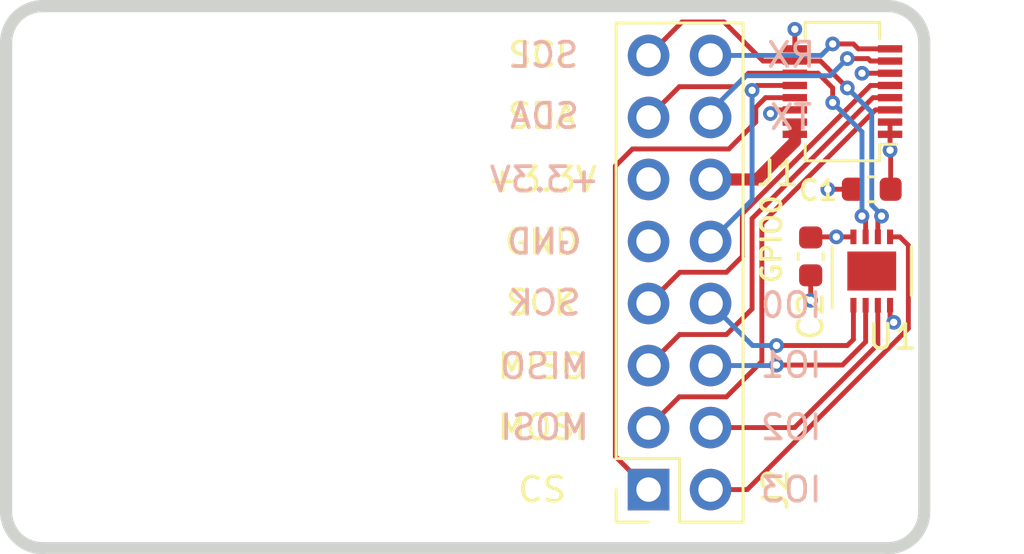
<source format=kicad_pcb>
(kicad_pcb (version 20171130) (host pcbnew "(5.1.9-0-10_14)")

  (general
    (thickness 1.6)
    (drawings 30)
    (tracks 120)
    (zones 0)
    (modules 5)
    (nets 17)
  )

  (page A4)
  (layers
    (0 F.Cu signal)
    (1 GND power)
    (2 PWR power)
    (31 B.Cu signal)
    (32 B.Adhes user)
    (33 F.Adhes user)
    (34 B.Paste user)
    (35 F.Paste user)
    (36 B.SilkS user)
    (37 F.SilkS user)
    (38 B.Mask user)
    (39 F.Mask user)
    (40 Dwgs.User user)
    (41 Cmts.User user)
    (42 Eco1.User user)
    (43 Eco2.User user)
    (44 Edge.Cuts user)
    (45 Margin user)
    (46 B.CrtYd user)
    (47 F.CrtYd user)
    (48 B.Fab user)
    (49 F.Fab user)
  )

  (setup
    (last_trace_width 0.2)
    (trace_clearance 0.2)
    (zone_clearance 0.2032)
    (zone_45_only no)
    (trace_min 0.1524)
    (via_size 0.6)
    (via_drill 0.3)
    (via_min_size 0.4)
    (via_min_drill 0.2)
    (uvia_size 0.3)
    (uvia_drill 0.1)
    (uvias_allowed no)
    (uvia_min_size 0.2)
    (uvia_min_drill 0.1)
    (edge_width 0.05)
    (segment_width 0.2)
    (pcb_text_width 0.3)
    (pcb_text_size 1.5 1.5)
    (mod_edge_width 0.12)
    (mod_text_size 1 1)
    (mod_text_width 0.15)
    (pad_size 1.524 1.524)
    (pad_drill 0.762)
    (pad_to_mask_clearance 0)
    (aux_axis_origin 0 0)
    (visible_elements FFFFFF7F)
    (pcbplotparams
      (layerselection 0x010fc_ffffffff)
      (usegerberextensions false)
      (usegerberattributes true)
      (usegerberadvancedattributes true)
      (creategerberjobfile true)
      (excludeedgelayer true)
      (linewidth 0.100000)
      (plotframeref false)
      (viasonmask false)
      (mode 1)
      (useauxorigin false)
      (hpglpennumber 1)
      (hpglpenspeed 20)
      (hpglpendiameter 15.000000)
      (psnegative false)
      (psa4output false)
      (plotreference true)
      (plotvalue true)
      (plotinvisibletext false)
      (padsonsilk false)
      (subtractmaskfromsilk false)
      (outputformat 1)
      (mirror false)
      (drillshape 1)
      (scaleselection 1)
      (outputdirectory ""))
  )

  (net 0 "")
  (net 1 GND)
  (net 2 +3V3)
  (net 3 /SPI_MOSI)
  (net 4 /SPI_MISO)
  (net 5 /SPI_SCK)
  (net 6 /UART_TX)
  (net 7 /UART_RX)
  (net 8 VDD)
  (net 9 /SPI_CS)
  (net 10 /GPIO0)
  (net 11 /I2C_SDA)
  (net 12 /I2C_SCL)
  (net 13 /PCA_IO0)
  (net 14 /PCA_IO1)
  (net 15 /PCA_IO2)
  (net 16 /PCA_IO3)

  (net_class Default "This is the default net class."
    (clearance 0.2)
    (trace_width 0.2)
    (via_dia 0.6)
    (via_drill 0.3)
    (uvia_dia 0.3)
    (uvia_drill 0.1)
    (add_net +3V3)
    (add_net /GPIO0)
    (add_net /I2C_SCL)
    (add_net /I2C_SDA)
    (add_net /PCA_IO0)
    (add_net /PCA_IO1)
    (add_net /PCA_IO2)
    (add_net /PCA_IO3)
    (add_net /SPI_CS)
    (add_net /SPI_MISO)
    (add_net /SPI_MOSI)
    (add_net /SPI_SCK)
    (add_net /UART_RX)
    (add_net /UART_TX)
    (add_net GND)
    (add_net VDD)
  )

  (module Connector_PinHeader_2.54mm:PinHeader_2x08_P2.54mm_Vertical (layer F.Cu) (tedit 614F4BB0) (tstamp 614F4F46)
    (at 125.76 122.35 180)
    (descr "Through hole straight pin header, 2x08, 2.54mm pitch, double rows")
    (tags "Through hole pin header THT 2x08 2.54mm double row")
    (path /60DA3522)
    (fp_text reference J2 (at -5 0 270) (layer F.SilkS)
      (effects (font (size 1 1) (thickness 0.15)))
    )
    (fp_text value Out (at 2.65 0 270) (layer F.Fab)
      (effects (font (size 1 1) (thickness 0.15)))
    )
    (fp_line (start -4.15 -1.8) (end 2 -1.8) (layer F.CrtYd) (width 0.05))
    (fp_line (start -4.15 19.55) (end -4.15 -1.8) (layer F.CrtYd) (width 0.05))
    (fp_line (start 2 19.55) (end -4.15 19.55) (layer F.CrtYd) (width 0.05))
    (fp_line (start 2 -1.8) (end 2 19.55) (layer F.CrtYd) (width 0.05))
    (fp_line (start 1.53 -1.33) (end 0.2 -1.33) (layer F.SilkS) (width 0.12))
    (fp_line (start 1.53 0) (end 1.53 -1.33) (layer F.SilkS) (width 0.12))
    (fp_line (start -1.07 -1.33) (end -3.67 -1.33) (layer F.SilkS) (width 0.12))
    (fp_line (start -1.07 1.27) (end -1.07 -1.33) (layer F.SilkS) (width 0.12))
    (fp_line (start 1.53 1.27) (end -1.07 1.27) (layer F.SilkS) (width 0.12))
    (fp_line (start -3.67 -1.33) (end -3.67 19.11) (layer F.SilkS) (width 0.12))
    (fp_line (start 1.53 1.27) (end 1.53 19.11) (layer F.SilkS) (width 0.12))
    (fp_line (start 1.53 19.11) (end -3.67 19.11) (layer F.SilkS) (width 0.12))
    (fp_line (start 1.47 0) (end 0.2 -1.27) (layer F.Fab) (width 0.1))
    (fp_line (start 1.47 19.05) (end 1.47 0) (layer F.Fab) (width 0.1))
    (fp_line (start -3.61 19.05) (end 1.47 19.05) (layer F.Fab) (width 0.1))
    (fp_line (start -3.61 -1.27) (end -3.61 19.05) (layer F.Fab) (width 0.1))
    (fp_line (start 0.2 -1.27) (end -3.61 -1.27) (layer F.Fab) (width 0.1))
    (fp_text user %R (at -1.07 8.89 270) (layer F.Fab)
      (effects (font (size 1 1) (thickness 0.15)))
    )
    (pad 1 thru_hole rect (at 0.2 0 180) (size 1.7 1.7) (drill 1) (layers *.Cu *.Mask)
      (net 9 /SPI_CS))
    (pad 2 thru_hole oval (at -2.34 0 180) (size 1.7 1.7) (drill 1) (layers *.Cu *.Mask)
      (net 16 /PCA_IO3))
    (pad 3 thru_hole oval (at 0.2 2.54 180) (size 1.7 1.7) (drill 1) (layers *.Cu *.Mask)
      (net 3 /SPI_MOSI))
    (pad 4 thru_hole oval (at -2.34 2.54 180) (size 1.7 1.7) (drill 1) (layers *.Cu *.Mask)
      (net 15 /PCA_IO2))
    (pad 5 thru_hole oval (at 0.2 5.08 180) (size 1.7 1.7) (drill 1) (layers *.Cu *.Mask)
      (net 4 /SPI_MISO))
    (pad 6 thru_hole oval (at -2.34 5.08 180) (size 1.7 1.7) (drill 1) (layers *.Cu *.Mask)
      (net 14 /PCA_IO1))
    (pad 7 thru_hole oval (at 0.2 7.62 180) (size 1.7 1.7) (drill 1) (layers *.Cu *.Mask)
      (net 5 /SPI_SCK))
    (pad 8 thru_hole oval (at -2.34 7.62 180) (size 1.7 1.7) (drill 1) (layers *.Cu *.Mask)
      (net 13 /PCA_IO0))
    (pad 9 thru_hole oval (at 0.2 10.16 180) (size 1.7 1.7) (drill 1) (layers *.Cu *.Mask)
      (net 1 GND))
    (pad 10 thru_hole oval (at -2.34 10.16 180) (size 1.7 1.7) (drill 1) (layers *.Cu *.Mask)
      (net 10 /GPIO0))
    (pad 11 thru_hole oval (at 0.2 12.7 180) (size 1.7 1.7) (drill 1) (layers *.Cu *.Mask)
      (net 2 +3V3))
    (pad 12 thru_hole oval (at -2.34 12.7 180) (size 1.7 1.7) (drill 1) (layers *.Cu *.Mask)
      (net 8 VDD))
    (pad 13 thru_hole oval (at 0.2 15.24 180) (size 1.7 1.7) (drill 1) (layers *.Cu *.Mask)
      (net 11 /I2C_SDA))
    (pad 14 thru_hole oval (at -2.34 15.24 180) (size 1.7 1.7) (drill 1) (layers *.Cu *.Mask)
      (net 6 /UART_TX))
    (pad 15 thru_hole oval (at 0.2 17.78 180) (size 1.7 1.7) (drill 1) (layers *.Cu *.Mask)
      (net 12 /I2C_SCL))
    (pad 16 thru_hole oval (at -2.34 17.78 180) (size 1.7 1.7) (drill 1) (layers *.Cu *.Mask)
      (net 7 /UART_RX))
    (model ${KISYS3DMOD}/Connector_PinHeader_2.54mm.3dshapes/PinHeader_2x08_P2.54mm_Vertical.wrl
      (at (xyz 0 0 0))
      (scale (xyz 1 1 1))
      (rotate (xyz 0 0 0))
    )
  )

  (module Package_SON:WSON-8-1EP_3x3mm_P0.5mm_EP1.6x2.0mm (layer F.Cu) (tedit 5A6E12B5) (tstamp 614E3FF2)
    (at 134.7 113.4 90)
    (descr "8-Lead Plastic WSON, 2x2mm Body, 0.5mm Pitch, WSON-8, http://www.ti.com/lit/ds/symlink/lm27761.pdf")
    (tags "WSON 8 1EP")
    (path /614E50D1)
    (attr smd)
    (fp_text reference U1 (at -2.7 0.85 180) (layer F.SilkS)
      (effects (font (size 1 1) (thickness 0.15)))
    )
    (fp_text value PCA9536DP (at -2.2 3.2 270) (layer F.Fab)
      (effects (font (size 1 1) (thickness 0.15)))
    )
    (fp_line (start -1.5 -1.62) (end 1 -1.62) (layer F.SilkS) (width 0.12))
    (fp_line (start 1 1.62) (end -1 1.62) (layer F.SilkS) (width 0.12))
    (fp_line (start -1.95 1.75) (end 1.95 1.75) (layer F.CrtYd) (width 0.05))
    (fp_line (start -1.95 -1.75) (end 1.95 -1.75) (layer F.CrtYd) (width 0.05))
    (fp_line (start 1.95 -1.75) (end 1.95 1.75) (layer F.CrtYd) (width 0.05))
    (fp_line (start -1.95 -1.75) (end -1.95 1.75) (layer F.CrtYd) (width 0.05))
    (fp_line (start -1 -1.5) (end 1.5 -1.5) (layer F.Fab) (width 0.1))
    (fp_line (start 1.5 -1.5) (end 1.5 1.5) (layer F.Fab) (width 0.1))
    (fp_line (start 1.5 1.5) (end -1.5 1.5) (layer F.Fab) (width 0.1))
    (fp_line (start -1.5 1.5) (end -1.5 -1) (layer F.Fab) (width 0.1))
    (fp_line (start -1 -1.5) (end -1.5 -1) (layer F.Fab) (width 0.1))
    (fp_text user %R (at 0 0 90) (layer F.Fab)
      (effects (font (size 0.7 0.7) (thickness 0.1)))
    )
    (pad 3 smd rect (at -1.4 0.25 90) (size 0.6 0.25) (layers F.Cu F.Paste F.Mask)
      (net 15 /PCA_IO2))
    (pad 7 smd rect (at 1.4 -0.25 90) (size 0.6 0.25) (layers F.Cu F.Paste F.Mask)
      (net 11 /I2C_SDA))
    (pad 8 smd rect (at 1.4 -0.75 90) (size 0.6 0.25) (layers F.Cu F.Paste F.Mask)
      (net 2 +3V3))
    (pad 9 smd rect (at 0 0 90) (size 1.6 2) (layers F.Cu F.Mask))
    (pad 1 smd rect (at -1.4 -0.75 90) (size 0.6 0.25) (layers F.Cu F.Paste F.Mask)
      (net 13 /PCA_IO0))
    (pad 2 smd rect (at -1.4 -0.25 90) (size 0.6 0.25) (layers F.Cu F.Paste F.Mask)
      (net 14 /PCA_IO1))
    (pad 4 smd rect (at -1.4 0.75 90) (size 0.6 0.25) (layers F.Cu F.Paste F.Mask)
      (net 1 GND))
    (pad 5 smd rect (at 1.4 0.75 90) (size 0.6 0.25) (layers F.Cu F.Paste F.Mask)
      (net 16 /PCA_IO3))
    (pad 6 smd rect (at 1.4 0.25 90) (size 0.6 0.25) (layers F.Cu F.Paste F.Mask)
      (net 12 /I2C_SCL))
    (pad "" smd rect (at -0.45 -0.55 90) (size 0.6 0.8) (layers F.Paste))
    (pad "" smd rect (at 0.45 -0.55 90) (size 0.6 0.8) (layers F.Paste))
    (pad "" smd rect (at -0.45 0.55 90) (size 0.6 0.8) (layers F.Paste))
    (pad "" smd rect (at 0.45 0.55 90) (size 0.6 0.8) (layers F.Paste))
    (model ${KISYS3DMOD}/Package_SON.3dshapes/WSON-8-1EP_3x3mm_P0.5mm_EP1.6x2.0mm.wrl
      (at (xyz 0 0 0))
      (scale (xyz 1 1 1))
      (rotate (xyz 0 0 0))
    )
  )

  (module Connector_Molex:Molex_SlimStack_55560-0161_2x08_P0.50mm_Vertical (layer F.Cu) (tedit 60DA23A1) (tstamp 60DA7D5B)
    (at 133.5 106.05 270)
    (descr "Molex SlimStack Fine-Pitch SMT Board-to-Board Connectors, 55560-0161, 16 Pins (http://www.molex.com/pdm_docs/sd/555600207_sd.pdf), generated with kicad-footprint-generator")
    (tags "connector Molex SlimStack side entry")
    (path /60DA2442)
    (attr smd)
    (fp_text reference J1 (at 3.35 2.65 180) (layer F.SilkS)
      (effects (font (size 1 1) (thickness 0.15)))
    )
    (fp_text value In (at 0 -4.4 90) (layer F.Fab)
      (effects (font (size 1 1) (thickness 0.15)))
    )
    (fp_line (start -3.22 -2.95) (end 3.22 -2.95) (layer F.CrtYd) (width 0.05))
    (fp_line (start -3.22 2.95) (end -3.22 -2.95) (layer F.CrtYd) (width 0.05))
    (fp_line (start 3.22 2.95) (end -3.22 2.95) (layer F.CrtYd) (width 0.05))
    (fp_line (start 3.22 -2.95) (end 3.22 2.95) (layer F.CrtYd) (width 0.05))
    (fp_line (start -2.835 -1.525) (end -2.16 -1.525) (layer F.SilkS) (width 0.12))
    (fp_line (start -2.835 1.525) (end -2.835 -1.525) (layer F.SilkS) (width 0.12))
    (fp_line (start -2.16 1.525) (end -2.835 1.525) (layer F.SilkS) (width 0.12))
    (fp_line (start 2.16 -1.525) (end 2.16 -2.215) (layer F.SilkS) (width 0.12))
    (fp_line (start 2.835 -1.525) (end 2.16 -1.525) (layer F.SilkS) (width 0.12))
    (fp_line (start 2.835 1.525) (end 2.835 -1.525) (layer F.SilkS) (width 0.12))
    (fp_line (start 2.16 1.525) (end 2.835 1.525) (layer F.SilkS) (width 0.12))
    (fp_line (start 2.16 -1.525) (end 2.16 -2.215) (layer F.Fab) (width 0.1))
    (fp_line (start -2.725 -1.415) (end 2.725 -1.415) (layer F.Fab) (width 0.1))
    (fp_line (start -2.725 1.415) (end -2.725 -1.415) (layer F.Fab) (width 0.1))
    (fp_line (start 2.725 1.415) (end -2.725 1.415) (layer F.Fab) (width 0.1))
    (fp_line (start 2.725 -1.415) (end 2.725 1.415) (layer F.Fab) (width 0.1))
    (fp_text user %R (at 0 0 90) (layer F.Fab)
      (effects (font (size 1 1) (thickness 0.15)))
    )
    (pad 1 smd rect (at 1.75 -1.95 270) (size 0.3 1) (layers F.Cu F.Paste F.Mask)
      (net 2 +3V3))
    (pad 3 smd rect (at 1.25 -1.95 270) (size 0.3 1) (layers F.Cu F.Paste F.Mask)
      (net 2 +3V3))
    (pad 5 smd rect (at 0.75 -1.95 270) (size 0.3 1) (layers F.Cu F.Paste F.Mask)
      (net 3 /SPI_MOSI))
    (pad 7 smd rect (at 0.25 -1.95 270) (size 0.3 1) (layers F.Cu F.Paste F.Mask)
      (net 4 /SPI_MISO))
    (pad 9 smd rect (at -0.25 -1.95 270) (size 0.3 1) (layers F.Cu F.Paste F.Mask)
      (net 5 /SPI_SCK))
    (pad 11 smd rect (at -0.75 -1.95 270) (size 0.3 1) (layers F.Cu F.Paste F.Mask)
      (net 1 GND))
    (pad 13 smd rect (at -1.25 -1.95 270) (size 0.3 1) (layers F.Cu F.Paste F.Mask)
      (net 6 /UART_TX))
    (pad 15 smd rect (at -1.75 -1.95 270) (size 0.3 1) (layers F.Cu F.Paste F.Mask)
      (net 7 /UART_RX))
    (pad 2 smd rect (at 1.75 1.95 270) (size 0.3 1) (layers F.Cu F.Paste F.Mask)
      (net 8 VDD))
    (pad 4 smd rect (at 1.25 1.95 270) (size 0.3 1) (layers F.Cu F.Paste F.Mask)
      (net 8 VDD))
    (pad 6 smd rect (at 0.75 1.95 270) (size 0.3 1) (layers F.Cu F.Paste F.Mask)
      (net 1 GND))
    (pad 8 smd rect (at 0.25 1.95 270) (size 0.3 1) (layers F.Cu F.Paste F.Mask)
      (net 9 /SPI_CS))
    (pad 10 smd rect (at -0.25 1.95 270) (size 0.3 1) (layers F.Cu F.Paste F.Mask)
      (net 10 /GPIO0))
    (pad 12 smd rect (at -0.75 1.95 270) (size 0.3 1) (layers F.Cu F.Paste F.Mask)
      (net 11 /I2C_SDA))
    (pad 14 smd rect (at -1.25 1.95 270) (size 0.3 1) (layers F.Cu F.Paste F.Mask)
      (net 12 /I2C_SCL))
    (pad 16 smd rect (at -1.75 1.95 270) (size 0.3 1) (layers F.Cu F.Paste F.Mask)
      (net 1 GND))
    (model ${KISYS3DMOD}/Connector_Molex.3dshapes/Molex_SlimStack_55560-0161_2x08_P0.50mm_Vertical.wrl
      (at (xyz 0 0 0))
      (scale (xyz 1 1 1))
      (rotate (xyz 0 0 0))
    )
  )

  (module Capacitor_SMD:C_0603_1608Metric (layer F.Cu) (tedit 5F68FEEE) (tstamp 614E403F)
    (at 132.2 112.8 270)
    (descr "Capacitor SMD 0603 (1608 Metric), square (rectangular) end terminal, IPC_7351 nominal, (Body size source: IPC-SM-782 page 76, https://www.pcb-3d.com/wordpress/wp-content/uploads/ipc-sm-782a_amendment_1_and_2.pdf), generated with kicad-footprint-generator")
    (tags capacitor)
    (path /614E5873)
    (attr smd)
    (fp_text reference C2 (at 2.45 0 270) (layer F.SilkS)
      (effects (font (size 1 1) (thickness 0.15)))
    )
    (fp_text value 0.1uF (at 5.4 -0.05 90) (layer F.Fab)
      (effects (font (size 1 1) (thickness 0.15)))
    )
    (fp_line (start 1.48 0.73) (end -1.48 0.73) (layer F.CrtYd) (width 0.05))
    (fp_line (start 1.48 -0.73) (end 1.48 0.73) (layer F.CrtYd) (width 0.05))
    (fp_line (start -1.48 -0.73) (end 1.48 -0.73) (layer F.CrtYd) (width 0.05))
    (fp_line (start -1.48 0.73) (end -1.48 -0.73) (layer F.CrtYd) (width 0.05))
    (fp_line (start -0.14058 0.51) (end 0.14058 0.51) (layer F.SilkS) (width 0.12))
    (fp_line (start -0.14058 -0.51) (end 0.14058 -0.51) (layer F.SilkS) (width 0.12))
    (fp_line (start 0.8 0.4) (end -0.8 0.4) (layer F.Fab) (width 0.1))
    (fp_line (start 0.8 -0.4) (end 0.8 0.4) (layer F.Fab) (width 0.1))
    (fp_line (start -0.8 -0.4) (end 0.8 -0.4) (layer F.Fab) (width 0.1))
    (fp_line (start -0.8 0.4) (end -0.8 -0.4) (layer F.Fab) (width 0.1))
    (fp_text user %R (at 0 0 90) (layer F.Fab)
      (effects (font (size 0.4 0.4) (thickness 0.06)))
    )
    (pad 1 smd roundrect (at -0.775 0 270) (size 0.9 0.95) (layers F.Cu F.Paste F.Mask) (roundrect_rratio 0.25)
      (net 2 +3V3))
    (pad 2 smd roundrect (at 0.775 0 270) (size 0.9 0.95) (layers F.Cu F.Paste F.Mask) (roundrect_rratio 0.25)
      (net 1 GND))
    (model ${KISYS3DMOD}/Capacitor_SMD.3dshapes/C_0603_1608Metric.wrl
      (at (xyz 0 0 0))
      (scale (xyz 1 1 1))
      (rotate (xyz 0 0 0))
    )
  )

  (module Capacitor_SMD:C_0603_1608Metric (layer F.Cu) (tedit 5F68FEEE) (tstamp 614EE6A1)
    (at 134.7 110.05 180)
    (descr "Capacitor SMD 0603 (1608 Metric), square (rectangular) end terminal, IPC_7351 nominal, (Body size source: IPC-SM-782 page 76, https://www.pcb-3d.com/wordpress/wp-content/uploads/ipc-sm-782a_amendment_1_and_2.pdf), generated with kicad-footprint-generator")
    (tags capacitor)
    (path /61713CB1)
    (attr smd)
    (fp_text reference C1 (at 2.2 -0.05) (layer F.SilkS)
      (effects (font (size 0.8 0.8) (thickness 0.15)))
    )
    (fp_text value 10uF (at -4.3 0) (layer F.Fab)
      (effects (font (size 1 1) (thickness 0.15)))
    )
    (fp_line (start -0.8 0.4) (end -0.8 -0.4) (layer F.Fab) (width 0.1))
    (fp_line (start -0.8 -0.4) (end 0.8 -0.4) (layer F.Fab) (width 0.1))
    (fp_line (start 0.8 -0.4) (end 0.8 0.4) (layer F.Fab) (width 0.1))
    (fp_line (start 0.8 0.4) (end -0.8 0.4) (layer F.Fab) (width 0.1))
    (fp_line (start -0.14058 -0.51) (end 0.14058 -0.51) (layer F.SilkS) (width 0.12))
    (fp_line (start -0.14058 0.51) (end 0.14058 0.51) (layer F.SilkS) (width 0.12))
    (fp_line (start -1.48 0.73) (end -1.48 -0.73) (layer F.CrtYd) (width 0.05))
    (fp_line (start -1.48 -0.73) (end 1.48 -0.73) (layer F.CrtYd) (width 0.05))
    (fp_line (start 1.48 -0.73) (end 1.48 0.73) (layer F.CrtYd) (width 0.05))
    (fp_line (start 1.48 0.73) (end -1.48 0.73) (layer F.CrtYd) (width 0.05))
    (fp_text user %R (at 0 0) (layer F.Fab)
      (effects (font (size 0.4 0.4) (thickness 0.06)))
    )
    (pad 1 smd roundrect (at -0.775 0 180) (size 0.9 0.95) (layers F.Cu F.Paste F.Mask) (roundrect_rratio 0.25)
      (net 2 +3V3))
    (pad 2 smd roundrect (at 0.775 0 180) (size 0.9 0.95) (layers F.Cu F.Paste F.Mask) (roundrect_rratio 0.25)
      (net 1 GND))
    (model ${KISYS3DMOD}/Capacitor_SMD.3dshapes/C_0603_1608Metric.wrl
      (at (xyz 0 0 0))
      (scale (xyz 1 1 1))
      (rotate (xyz 0 0 0))
    )
  )

  (gr_text GPIO0 (at 130.6 112.1 90) (layer F.SilkS)
    (effects (font (size 0.8 0.8) (thickness 0.15)))
  )
  (gr_text RX (at 131.4 104.55) (layer B.SilkS)
    (effects (font (size 1 1) (thickness 0.15)) (justify mirror))
  )
  (gr_text TX (at 131.4 107.1) (layer B.SilkS)
    (effects (font (size 1 1) (thickness 0.15)) (justify mirror))
  )
  (gr_text IO0 (at 131.4 114.8) (layer B.SilkS)
    (effects (font (size 1 1) (thickness 0.15)) (justify mirror))
  )
  (gr_text IO1 (at 131.4 117.25) (layer B.SilkS)
    (effects (font (size 1 1) (thickness 0.15)) (justify mirror))
  )
  (gr_text IO2 (at 131.4 119.8) (layer B.SilkS)
    (effects (font (size 1 1) (thickness 0.15)) (justify mirror))
  )
  (gr_text IO3 (at 131.4 122.35) (layer B.SilkS) (tstamp 614F550E)
    (effects (font (size 1 1) (thickness 0.15)) (justify mirror))
  )
  (gr_text GND (at 121.3 112.2) (layer B.SilkS) (tstamp 614F54E1)
    (effects (font (size 1 1) (thickness 0.15)) (justify mirror))
  )
  (gr_text MISO (at 121.3 117.3) (layer B.SilkS) (tstamp 614F54DF)
    (effects (font (size 1 1) (thickness 0.15)) (justify mirror))
  )
  (gr_text SDA (at 121.3 107.05) (layer B.SilkS) (tstamp 614F54DE)
    (effects (font (size 1 1) (thickness 0.15)) (justify mirror))
  )
  (gr_text SCL (at 121.3 104.55) (layer B.SilkS) (tstamp 614F54DD)
    (effects (font (size 1 1) (thickness 0.15)) (justify mirror))
  )
  (gr_text +3.3V (at 121.3 109.65) (layer B.SilkS) (tstamp 614F54DC)
    (effects (font (size 1 1) (thickness 0.15)) (justify mirror))
  )
  (gr_text SCK (at 121.3 114.7) (layer B.SilkS) (tstamp 614F54DB)
    (effects (font (size 1 1) (thickness 0.15)) (justify mirror))
  )
  (gr_text MOSI (at 121.3 119.8) (layer B.SilkS) (tstamp 614F54DA)
    (effects (font (size 1 1) (thickness 0.15)) (justify mirror))
  )
  (gr_text +3.3V (at 121.2 109.65) (layer F.SilkS)
    (effects (font (size 1 1) (thickness 0.15)))
  )
  (gr_text GND (at 121.2 112.2) (layer F.SilkS)
    (effects (font (size 1 1) (thickness 0.15)))
  )
  (gr_text CS (at 121.2 122.35) (layer F.SilkS)
    (effects (font (size 1 1) (thickness 0.15)))
  )
  (gr_text MOSI (at 121.2 119.8) (layer F.SilkS)
    (effects (font (size 1 1) (thickness 0.15)))
  )
  (gr_text MISO (at 121.2 117.3) (layer F.SilkS)
    (effects (font (size 1 1) (thickness 0.15)))
  )
  (gr_text SCK (at 121.2 114.7) (layer F.SilkS)
    (effects (font (size 1 1) (thickness 0.15)))
  )
  (gr_text SDA (at 121.2 107.05) (layer F.SilkS)
    (effects (font (size 1 1) (thickness 0.15)))
  )
  (gr_text SCL (at 121.2 104.55) (layer F.SilkS)
    (effects (font (size 1 1) (thickness 0.15)))
  )
  (gr_line (start 99.25 104.05) (end 99.25 123.25) (layer Edge.Cuts) (width 0.5) (tstamp 60DA3AA5))
  (gr_arc (start 100.75 104.05) (end 99.25 104.05) (angle 90) (layer Edge.Cuts) (width 0.5) (tstamp 60DA3A98))
  (gr_arc (start 100.75 123.25) (end 100.75 124.75) (angle 90) (layer Edge.Cuts) (width 0.5) (tstamp 60DA3A98))
  (gr_line (start 135.35 124.75) (end 100.75 124.75) (layer Edge.Cuts) (width 0.5))
  (gr_arc (start 135.35 123.25) (end 136.85 123.25) (angle 90) (layer Edge.Cuts) (width 0.5) (tstamp 60DA3A98))
  (gr_line (start 136.85 104.05) (end 136.85 123.25) (layer Edge.Cuts) (width 0.5))
  (gr_line (start 135.35 102.55) (end 100.75 102.55) (layer Edge.Cuts) (width 0.5))
  (gr_arc (start 135.35 104.05) (end 135.35 102.55) (angle 90) (layer Edge.Cuts) (width 0.5) (tstamp 60DA37D1))

  (via (at 130.55 106.95) (size 0.6) (drill 0.3) (layers F.Cu B.Cu) (net 1))
  (segment (start 130.7 106.8) (end 130.55 106.95) (width 0.2) (layer F.Cu) (net 1))
  (segment (start 131.55 106.8) (end 130.7 106.8) (width 0.2) (layer F.Cu) (net 1))
  (via (at 132.2 114.6) (size 0.6) (drill 0.3) (layers F.Cu B.Cu) (net 1))
  (segment (start 132.2 113.575) (end 132.2 114.6) (width 0.2) (layer F.Cu) (net 1))
  (via (at 132.9 110.05) (size 0.6) (drill 0.3) (layers F.Cu B.Cu) (net 1))
  (segment (start 133.925 110.05) (end 132.9 110.05) (width 0.2) (layer F.Cu) (net 1))
  (via (at 135.6 115.5) (size 0.6) (drill 0.3) (layers F.Cu B.Cu) (net 1))
  (segment (start 135.45 115.35) (end 135.6 115.5) (width 0.2) (layer F.Cu) (net 1))
  (segment (start 135.45 114.8) (end 135.45 115.35) (width 0.2) (layer F.Cu) (net 1))
  (via (at 134.3 105.3) (size 0.6) (drill 0.3) (layers F.Cu B.Cu) (net 1))
  (segment (start 135.45 105.3) (end 134.3 105.3) (width 0.2) (layer F.Cu) (net 1))
  (via (at 131.55 103.5) (size 0.6) (drill 0.3) (layers F.Cu B.Cu) (net 1))
  (segment (start 131.55 104.3) (end 131.55 103.5) (width 0.2) (layer F.Cu) (net 1))
  (via (at 133.25 112) (size 0.6) (drill 0.3) (layers F.Cu B.Cu) (net 2))
  (segment (start 133.95 112) (end 133.25 112) (width 0.2) (layer F.Cu) (net 2))
  (segment (start 132.225 112) (end 132.2 112.025) (width 0.2) (layer F.Cu) (net 2))
  (segment (start 133.25 112) (end 132.225 112) (width 0.2) (layer F.Cu) (net 2))
  (segment (start 135.45 107.3) (end 135.45 107.8) (width 0.2) (layer F.Cu) (net 2))
  (via (at 135.45 108.45) (size 0.6) (drill 0.3) (layers F.Cu B.Cu) (net 2))
  (segment (start 135.45 107.8) (end 135.45 108.45) (width 0.2) (layer F.Cu) (net 2))
  (segment (start 135.475 108.475) (end 135.475 110.05) (width 0.2) (layer F.Cu) (net 2))
  (segment (start 135.45 108.45) (end 135.475 108.475) (width 0.2) (layer F.Cu) (net 2))
  (segment (start 135.45 106.8) (end 134.85 106.8) (width 0.2) (layer F.Cu) (net 3))
  (segment (start 134.85 106.8) (end 130.2 111.45) (width 0.2) (layer F.Cu) (net 3))
  (segment (start 130.2 111.45) (end 130.2 117.1) (width 0.2) (layer F.Cu) (net 3))
  (segment (start 130.2 117.1) (end 128.75 118.55) (width 0.2) (layer F.Cu) (net 3))
  (segment (start 126.82 118.55) (end 125.56 119.81) (width 0.2) (layer F.Cu) (net 3))
  (segment (start 128.75 118.55) (end 126.82 118.55) (width 0.2) (layer F.Cu) (net 3))
  (segment (start 135.45 106.3) (end 134.75 106.3) (width 0.2) (layer F.Cu) (net 4))
  (segment (start 134.75 106.3) (end 129.8 111.25) (width 0.2) (layer F.Cu) (net 4))
  (segment (start 129.8 111.25) (end 129.8 114.95) (width 0.2) (layer F.Cu) (net 4))
  (segment (start 129.8 114.95) (end 128.75 116) (width 0.2) (layer F.Cu) (net 4))
  (segment (start 126.83 116) (end 125.56 117.27) (width 0.2) (layer F.Cu) (net 4))
  (segment (start 128.75 116) (end 126.83 116) (width 0.2) (layer F.Cu) (net 4))
  (segment (start 134.65 105.8) (end 135.45 105.8) (width 0.2) (layer F.Cu) (net 5))
  (segment (start 125.56 114.73) (end 126.84 113.45) (width 0.2) (layer F.Cu) (net 5))
  (segment (start 129.4 111.05) (end 134.65 105.8) (width 0.2) (layer F.Cu) (net 5))
  (segment (start 126.84 113.45) (end 128.75 113.45) (width 0.2) (layer F.Cu) (net 5))
  (segment (start 129.4 112.8) (end 129.4 111.05) (width 0.2) (layer F.Cu) (net 5))
  (segment (start 128.75 113.45) (end 129.4 112.8) (width 0.2) (layer F.Cu) (net 5))
  (segment (start 135.45 104.8) (end 134.65 104.8) (width 0.2) (layer F.Cu) (net 6))
  (via (at 133.7 104.7) (size 0.6) (drill 0.3) (layers F.Cu B.Cu) (net 6))
  (segment (start 134.55 104.7) (end 133.7 104.7) (width 0.2) (layer F.Cu) (net 6))
  (segment (start 134.65 104.8) (end 134.55 104.7) (width 0.2) (layer F.Cu) (net 6))
  (segment (start 128.3 106.65) (end 128.3 107.11) (width 0.2) (layer B.Cu) (net 6))
  (segment (start 128.1 107.11) (end 128.1 106.85) (width 0.2) (layer B.Cu) (net 6))
  (segment (start 128.1 106.85) (end 129.55 105.4) (width 0.2) (layer B.Cu) (net 6))
  (segment (start 133 105.4) (end 133.7 104.7) (width 0.2) (layer B.Cu) (net 6))
  (segment (start 129.55 105.4) (end 133 105.4) (width 0.2) (layer B.Cu) (net 6))
  (segment (start 135.45 104.3) (end 134.15 104.3) (width 0.2) (layer F.Cu) (net 7))
  (via (at 133.1 104.1) (size 0.6) (drill 0.3) (layers F.Cu B.Cu) (net 7))
  (segment (start 133.95 104.1) (end 133.1 104.1) (width 0.2) (layer F.Cu) (net 7))
  (segment (start 134.15 104.3) (end 133.95 104.1) (width 0.2) (layer F.Cu) (net 7))
  (segment (start 132.63 104.57) (end 133.1 104.1) (width 0.2) (layer B.Cu) (net 7))
  (segment (start 128.1 104.57) (end 132.63 104.57) (width 0.2) (layer B.Cu) (net 7))
  (segment (start 131.55 108.1) (end 131.55 107.8) (width 0.5) (layer F.Cu) (net 8))
  (segment (start 130 109.65) (end 131.55 108.1) (width 0.5) (layer F.Cu) (net 8))
  (segment (start 131.55 107.3) (end 131.55 107.8) (width 0.2) (layer F.Cu) (net 8))
  (segment (start 130 109.65) (end 128.1 109.65) (width 0.5) (layer F.Cu) (net 8))
  (segment (start 131.55 106.3) (end 130.35 106.3) (width 0.2) (layer F.Cu) (net 9))
  (segment (start 130.35 106.3) (end 129.95 106.7) (width 0.2) (layer F.Cu) (net 9))
  (segment (start 129.95 106.7) (end 129.95 107.3) (width 0.2) (layer F.Cu) (net 9))
  (segment (start 129.95 107.3) (end 128.85 108.4) (width 0.2) (layer F.Cu) (net 9))
  (segment (start 128.85 108.4) (end 124.9 108.4) (width 0.2) (layer F.Cu) (net 9))
  (segment (start 124.9 108.4) (end 124.2 109.1) (width 0.2) (layer F.Cu) (net 9))
  (segment (start 124.2 120.99) (end 125.56 122.35) (width 0.2) (layer F.Cu) (net 9))
  (segment (start 124.2 109.1) (end 124.2 120.99) (width 0.2) (layer F.Cu) (net 9))
  (via (at 129.8 106) (size 0.6) (drill 0.3) (layers F.Cu B.Cu) (net 10))
  (segment (start 130 105.8) (end 129.8 106) (width 0.2) (layer F.Cu) (net 10))
  (segment (start 131.55 105.8) (end 130 105.8) (width 0.2) (layer F.Cu) (net 10))
  (segment (start 129.8 110.49) (end 128.1 112.19) (width 0.2) (layer B.Cu) (net 10))
  (segment (start 129.8 106) (end 129.8 110.49) (width 0.2) (layer B.Cu) (net 10))
  (via (at 134.3 111.15) (size 0.6) (drill 0.3) (layers F.Cu B.Cu) (net 11))
  (segment (start 134.45 111.3) (end 134.3 111.15) (width 0.2) (layer F.Cu) (net 11))
  (segment (start 134.45 112) (end 134.45 111.3) (width 0.2) (layer F.Cu) (net 11))
  (segment (start 131.55 105.3) (end 132.5 105.3) (width 0.2) (layer F.Cu) (net 11))
  (via (at 133.1 106.5) (size 0.6) (drill 0.3) (layers F.Cu B.Cu) (net 11))
  (segment (start 133.1 105.9) (end 133.1 106.5) (width 0.2) (layer F.Cu) (net 11))
  (segment (start 132.5 105.3) (end 133.1 105.9) (width 0.2) (layer F.Cu) (net 11))
  (segment (start 134.3 107.7) (end 134.3 111.15) (width 0.2) (layer B.Cu) (net 11))
  (segment (start 133.1 106.5) (end 134.3 107.7) (width 0.2) (layer B.Cu) (net 11))
  (segment (start 131.55 105.3) (end 129.65 105.3) (width 0.2) (layer F.Cu) (net 11))
  (segment (start 129.65 105.3) (end 129.1 105.85) (width 0.2) (layer F.Cu) (net 11))
  (segment (start 126.82 105.85) (end 125.56 107.11) (width 0.2) (layer F.Cu) (net 11))
  (segment (start 129.1 105.85) (end 126.82 105.85) (width 0.2) (layer F.Cu) (net 11))
  (via (at 135.1 111.15) (size 0.6) (drill 0.3) (layers F.Cu B.Cu) (net 12))
  (segment (start 134.95 111.3) (end 135.1 111.15) (width 0.2) (layer F.Cu) (net 12))
  (segment (start 134.95 112) (end 134.95 111.3) (width 0.2) (layer F.Cu) (net 12))
  (via (at 133.7 105.9) (size 0.6) (drill 0.3) (layers F.Cu B.Cu) (net 12))
  (segment (start 132.6 104.8) (end 133.7 105.9) (width 0.2) (layer F.Cu) (net 12))
  (segment (start 131.55 104.8) (end 132.6 104.8) (width 0.2) (layer F.Cu) (net 12))
  (segment (start 135.1 111.15) (end 135.1 111.1) (width 0.2) (layer B.Cu) (net 12))
  (segment (start 135.1 111.1) (end 134.7 110.7) (width 0.2) (layer B.Cu) (net 12))
  (segment (start 134.7 106.9) (end 133.7 105.9) (width 0.2) (layer B.Cu) (net 12))
  (segment (start 134.7 110.7) (end 134.7 106.9) (width 0.2) (layer B.Cu) (net 12))
  (segment (start 131.55 104.8) (end 130.25 104.8) (width 0.2) (layer F.Cu) (net 12))
  (segment (start 130.25 104.8) (end 128.65 103.2) (width 0.2) (layer F.Cu) (net 12))
  (segment (start 126.93 103.2) (end 125.56 104.57) (width 0.2) (layer F.Cu) (net 12))
  (segment (start 128.65 103.2) (end 126.93 103.2) (width 0.2) (layer F.Cu) (net 12))
  (segment (start 133.95 114.8) (end 133.95 116.2) (width 0.2) (layer F.Cu) (net 13))
  (via (at 130.8 116.45) (size 0.6) (drill 0.3) (layers F.Cu B.Cu) (net 13))
  (segment (start 133.7 116.45) (end 130.8 116.45) (width 0.2) (layer F.Cu) (net 13))
  (segment (start 133.95 116.2) (end 133.7 116.45) (width 0.2) (layer F.Cu) (net 13))
  (segment (start 129.82 116.45) (end 128.1 114.73) (width 0.2) (layer B.Cu) (net 13))
  (segment (start 130.8 116.45) (end 129.82 116.45) (width 0.2) (layer B.Cu) (net 13))
  (segment (start 134.45 114.8) (end 134.45 116.3) (width 0.2) (layer F.Cu) (net 14))
  (via (at 130.8 117.25) (size 0.6) (drill 0.3) (layers F.Cu B.Cu) (net 14))
  (segment (start 133.5 117.25) (end 130.8 117.25) (width 0.2) (layer F.Cu) (net 14))
  (segment (start 134.45 116.3) (end 133.5 117.25) (width 0.2) (layer F.Cu) (net 14))
  (segment (start 130.78 117.27) (end 130.8 117.25) (width 0.2) (layer B.Cu) (net 14))
  (segment (start 128.1 117.27) (end 130.78 117.27) (width 0.2) (layer B.Cu) (net 14))
  (segment (start 134.95 114.8) (end 134.95 116.4) (width 0.2) (layer F.Cu) (net 15))
  (segment (start 131.54 119.81) (end 128.1 119.81) (width 0.2) (layer F.Cu) (net 15))
  (segment (start 134.95 116.4) (end 131.54 119.81) (width 0.2) (layer F.Cu) (net 15))
  (segment (start 135.45 112) (end 135.85 112) (width 0.2) (layer F.Cu) (net 16))
  (segment (start 135.85 112) (end 136.2 112.35) (width 0.2) (layer F.Cu) (net 16))
  (segment (start 136.2 112.35) (end 136.2 115.75) (width 0.2) (layer F.Cu) (net 16))
  (segment (start 129.6 122.35) (end 128.1 122.35) (width 0.2) (layer F.Cu) (net 16))
  (segment (start 136.2 115.75) (end 129.6 122.35) (width 0.2) (layer F.Cu) (net 16))

  (zone (net 2) (net_name +3V3) (layer PWR) (tstamp 614F5585) (hatch edge 0.508)
    (connect_pads (clearance 0.2032))
    (min_thickness 0.254)
    (fill yes (arc_segments 32) (thermal_gap 0.381) (thermal_bridge_width 0.508))
    (polygon
      (pts
        (xy 99.25 102.55) (xy 99.25 124.75) (xy 136.85 124.75) (xy 136.85 102.55)
      )
    )
    (filled_polygon
      (pts
        (xy 130.991524 103.201488) (xy 130.944018 103.316178) (xy 130.9198 103.437931) (xy 130.9198 103.562069) (xy 130.944018 103.683822)
        (xy 130.991524 103.798512) (xy 131.060492 103.901729) (xy 131.148271 103.989508) (xy 131.251488 104.058476) (xy 131.366178 104.105982)
        (xy 131.487931 104.1302) (xy 131.612069 104.1302) (xy 131.733822 104.105982) (xy 131.848512 104.058476) (xy 131.879259 104.037931)
        (xy 132.4698 104.037931) (xy 132.4698 104.162069) (xy 132.494018 104.283822) (xy 132.541524 104.398512) (xy 132.610492 104.501729)
        (xy 132.698271 104.589508) (xy 132.801488 104.658476) (xy 132.916178 104.705982) (xy 133.037931 104.7302) (xy 133.0698 104.7302)
        (xy 133.0698 104.762069) (xy 133.094018 104.883822) (xy 133.141524 104.998512) (xy 133.210492 105.101729) (xy 133.298271 105.189508)
        (xy 133.401488 105.258476) (xy 133.501736 105.3) (xy 133.401488 105.341524) (xy 133.298271 105.410492) (xy 133.210492 105.498271)
        (xy 133.141524 105.601488) (xy 133.094018 105.716178) (xy 133.0698 105.837931) (xy 133.0698 105.8698) (xy 133.037931 105.8698)
        (xy 132.916178 105.894018) (xy 132.801488 105.941524) (xy 132.698271 106.010492) (xy 132.610492 106.098271) (xy 132.541524 106.201488)
        (xy 132.494018 106.316178) (xy 132.4698 106.437931) (xy 132.4698 106.562069) (xy 132.494018 106.683822) (xy 132.541524 106.798512)
        (xy 132.610492 106.901729) (xy 132.698271 106.989508) (xy 132.801488 107.058476) (xy 132.916178 107.105982) (xy 133.037931 107.1302)
        (xy 133.162069 107.1302) (xy 133.283822 107.105982) (xy 133.398512 107.058476) (xy 133.501729 106.989508) (xy 133.589508 106.901729)
        (xy 133.658476 106.798512) (xy 133.705982 106.683822) (xy 133.7302 106.562069) (xy 133.7302 106.5302) (xy 133.762069 106.5302)
        (xy 133.883822 106.505982) (xy 133.998512 106.458476) (xy 134.101729 106.389508) (xy 134.189508 106.301729) (xy 134.258476 106.198512)
        (xy 134.305982 106.083822) (xy 134.3302 105.962069) (xy 134.3302 105.9302) (xy 134.362069 105.9302) (xy 134.483822 105.905982)
        (xy 134.598512 105.858476) (xy 134.701729 105.789508) (xy 134.789508 105.701729) (xy 134.858476 105.598512) (xy 134.905982 105.483822)
        (xy 134.9302 105.362069) (xy 134.9302 105.237931) (xy 134.905982 105.116178) (xy 134.858476 105.001488) (xy 134.789508 104.898271)
        (xy 134.701729 104.810492) (xy 134.598512 104.741524) (xy 134.483822 104.694018) (xy 134.362069 104.6698) (xy 134.3302 104.6698)
        (xy 134.3302 104.637931) (xy 134.305982 104.516178) (xy 134.258476 104.401488) (xy 134.189508 104.298271) (xy 134.101729 104.210492)
        (xy 133.998512 104.141524) (xy 133.883822 104.094018) (xy 133.762069 104.0698) (xy 133.7302 104.0698) (xy 133.7302 104.037931)
        (xy 133.705982 103.916178) (xy 133.658476 103.801488) (xy 133.589508 103.698271) (xy 133.501729 103.610492) (xy 133.398512 103.541524)
        (xy 133.283822 103.494018) (xy 133.162069 103.4698) (xy 133.037931 103.4698) (xy 132.916178 103.494018) (xy 132.801488 103.541524)
        (xy 132.698271 103.610492) (xy 132.610492 103.698271) (xy 132.541524 103.801488) (xy 132.494018 103.916178) (xy 132.4698 104.037931)
        (xy 131.879259 104.037931) (xy 131.951729 103.989508) (xy 132.039508 103.901729) (xy 132.108476 103.798512) (xy 132.155982 103.683822)
        (xy 132.1802 103.562069) (xy 132.1802 103.437931) (xy 132.155982 103.316178) (xy 132.108476 103.201488) (xy 132.060842 103.1302)
        (xy 135.321624 103.1302) (xy 135.528115 103.150446) (xy 135.69945 103.202176) (xy 135.857467 103.286195) (xy 135.996164 103.399313)
        (xy 136.110241 103.537209) (xy 136.195364 103.694641) (xy 136.248288 103.865609) (xy 136.2698 104.07029) (xy 136.269801 123.221614)
        (xy 136.249554 123.428115) (xy 136.197824 123.59945) (xy 136.113803 123.75747) (xy 136.000687 123.896163) (xy 135.862791 124.010241)
        (xy 135.705355 124.095366) (xy 135.534392 124.148288) (xy 135.329711 124.1698) (xy 100.778376 124.1698) (xy 100.571885 124.149554)
        (xy 100.40055 124.097824) (xy 100.24253 124.013803) (xy 100.103837 123.900687) (xy 99.989759 123.762791) (xy 99.904634 123.605355)
        (xy 99.851712 123.434392) (xy 99.8302 123.229711) (xy 99.8302 121.5) (xy 124.378203 121.5) (xy 124.378203 123.2)
        (xy 124.384578 123.26473) (xy 124.40346 123.326973) (xy 124.434121 123.384337) (xy 124.475384 123.434616) (xy 124.525663 123.475879)
        (xy 124.583027 123.50654) (xy 124.64527 123.525422) (xy 124.71 123.531797) (xy 126.41 123.531797) (xy 126.47473 123.525422)
        (xy 126.536973 123.50654) (xy 126.594337 123.475879) (xy 126.644616 123.434616) (xy 126.685879 123.384337) (xy 126.71654 123.326973)
        (xy 126.735422 123.26473) (xy 126.741797 123.2) (xy 126.741797 122.23376) (xy 126.9198 122.23376) (xy 126.9198 122.46624)
        (xy 126.965155 122.694252) (xy 127.054121 122.909034) (xy 127.183279 123.102333) (xy 127.347667 123.266721) (xy 127.540966 123.395879)
        (xy 127.755748 123.484845) (xy 127.98376 123.5302) (xy 128.21624 123.5302) (xy 128.444252 123.484845) (xy 128.659034 123.395879)
        (xy 128.852333 123.266721) (xy 129.016721 123.102333) (xy 129.145879 122.909034) (xy 129.234845 122.694252) (xy 129.2802 122.46624)
        (xy 129.2802 122.23376) (xy 129.234845 122.005748) (xy 129.145879 121.790966) (xy 129.016721 121.597667) (xy 128.852333 121.433279)
        (xy 128.659034 121.304121) (xy 128.444252 121.215155) (xy 128.21624 121.1698) (xy 127.98376 121.1698) (xy 127.755748 121.215155)
        (xy 127.540966 121.304121) (xy 127.347667 121.433279) (xy 127.183279 121.597667) (xy 127.054121 121.790966) (xy 126.965155 122.005748)
        (xy 126.9198 122.23376) (xy 126.741797 122.23376) (xy 126.741797 121.5) (xy 126.735422 121.43527) (xy 126.71654 121.373027)
        (xy 126.685879 121.315663) (xy 126.644616 121.265384) (xy 126.594337 121.224121) (xy 126.536973 121.19346) (xy 126.47473 121.174578)
        (xy 126.41 121.168203) (xy 124.71 121.168203) (xy 124.64527 121.174578) (xy 124.583027 121.19346) (xy 124.525663 121.224121)
        (xy 124.475384 121.265384) (xy 124.434121 121.315663) (xy 124.40346 121.373027) (xy 124.384578 121.43527) (xy 124.378203 121.5)
        (xy 99.8302 121.5) (xy 99.8302 119.69376) (xy 124.3798 119.69376) (xy 124.3798 119.92624) (xy 124.425155 120.154252)
        (xy 124.514121 120.369034) (xy 124.643279 120.562333) (xy 124.807667 120.726721) (xy 125.000966 120.855879) (xy 125.215748 120.944845)
        (xy 125.44376 120.9902) (xy 125.67624 120.9902) (xy 125.904252 120.944845) (xy 126.119034 120.855879) (xy 126.312333 120.726721)
        (xy 126.476721 120.562333) (xy 126.605879 120.369034) (xy 126.694845 120.154252) (xy 126.7402 119.92624) (xy 126.7402 119.69376)
        (xy 126.9198 119.69376) (xy 126.9198 119.92624) (xy 126.965155 120.154252) (xy 127.054121 120.369034) (xy 127.183279 120.562333)
        (xy 127.347667 120.726721) (xy 127.540966 120.855879) (xy 127.755748 120.944845) (xy 127.98376 120.9902) (xy 128.21624 120.9902)
        (xy 128.444252 120.944845) (xy 128.659034 120.855879) (xy 128.852333 120.726721) (xy 129.016721 120.562333) (xy 129.145879 120.369034)
        (xy 129.234845 120.154252) (xy 129.2802 119.92624) (xy 129.2802 119.69376) (xy 129.234845 119.465748) (xy 129.145879 119.250966)
        (xy 129.016721 119.057667) (xy 128.852333 118.893279) (xy 128.659034 118.764121) (xy 128.444252 118.675155) (xy 128.21624 118.6298)
        (xy 127.98376 118.6298) (xy 127.755748 118.675155) (xy 127.540966 118.764121) (xy 127.347667 118.893279) (xy 127.183279 119.057667)
        (xy 127.054121 119.250966) (xy 126.965155 119.465748) (xy 126.9198 119.69376) (xy 126.7402 119.69376) (xy 126.694845 119.465748)
        (xy 126.605879 119.250966) (xy 126.476721 119.057667) (xy 126.312333 118.893279) (xy 126.119034 118.764121) (xy 125.904252 118.675155)
        (xy 125.67624 118.6298) (xy 125.44376 118.6298) (xy 125.215748 118.675155) (xy 125.000966 118.764121) (xy 124.807667 118.893279)
        (xy 124.643279 119.057667) (xy 124.514121 119.250966) (xy 124.425155 119.465748) (xy 124.3798 119.69376) (xy 99.8302 119.69376)
        (xy 99.8302 117.15376) (xy 124.3798 117.15376) (xy 124.3798 117.38624) (xy 124.425155 117.614252) (xy 124.514121 117.829034)
        (xy 124.643279 118.022333) (xy 124.807667 118.186721) (xy 125.000966 118.315879) (xy 125.215748 118.404845) (xy 125.44376 118.4502)
        (xy 125.67624 118.4502) (xy 125.904252 118.404845) (xy 126.119034 118.315879) (xy 126.312333 118.186721) (xy 126.476721 118.022333)
        (xy 126.605879 117.829034) (xy 126.694845 117.614252) (xy 126.7402 117.38624) (xy 126.7402 117.15376) (xy 126.9198 117.15376)
        (xy 126.9198 117.38624) (xy 126.965155 117.614252) (xy 127.054121 117.829034) (xy 127.183279 118.022333) (xy 127.347667 118.186721)
        (xy 127.540966 118.315879) (xy 127.755748 118.404845) (xy 127.98376 118.4502) (xy 128.21624 118.4502) (xy 128.444252 118.404845)
        (xy 128.659034 118.315879) (xy 128.852333 118.186721) (xy 129.016721 118.022333) (xy 129.145879 117.829034) (xy 129.234845 117.614252)
        (xy 129.2802 117.38624) (xy 129.2802 117.15376) (xy 129.234845 116.925748) (xy 129.145879 116.710966) (xy 129.016721 116.517667)
        (xy 128.886985 116.387931) (xy 130.1698 116.387931) (xy 130.1698 116.512069) (xy 130.194018 116.633822) (xy 130.241524 116.748512)
        (xy 130.309337 116.85) (xy 130.241524 116.951488) (xy 130.194018 117.066178) (xy 130.1698 117.187931) (xy 130.1698 117.312069)
        (xy 130.194018 117.433822) (xy 130.241524 117.548512) (xy 130.310492 117.651729) (xy 130.398271 117.739508) (xy 130.501488 117.808476)
        (xy 130.616178 117.855982) (xy 130.737931 117.8802) (xy 130.862069 117.8802) (xy 130.983822 117.855982) (xy 131.098512 117.808476)
        (xy 131.201729 117.739508) (xy 131.289508 117.651729) (xy 131.358476 117.548512) (xy 131.405982 117.433822) (xy 131.4302 117.312069)
        (xy 131.4302 117.187931) (xy 131.405982 117.066178) (xy 131.358476 116.951488) (xy 131.290663 116.85) (xy 131.358476 116.748512)
        (xy 131.405982 116.633822) (xy 131.4302 116.512069) (xy 131.4302 116.387931) (xy 131.405982 116.266178) (xy 131.358476 116.151488)
        (xy 131.289508 116.048271) (xy 131.201729 115.960492) (xy 131.098512 115.891524) (xy 130.983822 115.844018) (xy 130.862069 115.8198)
        (xy 130.737931 115.8198) (xy 130.616178 115.844018) (xy 130.501488 115.891524) (xy 130.398271 115.960492) (xy 130.310492 116.048271)
        (xy 130.241524 116.151488) (xy 130.194018 116.266178) (xy 130.1698 116.387931) (xy 128.886985 116.387931) (xy 128.852333 116.353279)
        (xy 128.659034 116.224121) (xy 128.444252 116.135155) (xy 128.21624 116.0898) (xy 127.98376 116.0898) (xy 127.755748 116.135155)
        (xy 127.540966 116.224121) (xy 127.347667 116.353279) (xy 127.183279 116.517667) (xy 127.054121 116.710966) (xy 126.965155 116.925748)
        (xy 126.9198 117.15376) (xy 126.7402 117.15376) (xy 126.694845 116.925748) (xy 126.605879 116.710966) (xy 126.476721 116.517667)
        (xy 126.312333 116.353279) (xy 126.119034 116.224121) (xy 125.904252 116.135155) (xy 125.67624 116.0898) (xy 125.44376 116.0898)
        (xy 125.215748 116.135155) (xy 125.000966 116.224121) (xy 124.807667 116.353279) (xy 124.643279 116.517667) (xy 124.514121 116.710966)
        (xy 124.425155 116.925748) (xy 124.3798 117.15376) (xy 99.8302 117.15376) (xy 99.8302 114.61376) (xy 124.3798 114.61376)
        (xy 124.3798 114.84624) (xy 124.425155 115.074252) (xy 124.514121 115.289034) (xy 124.643279 115.482333) (xy 124.807667 115.646721)
        (xy 125.000966 115.775879) (xy 125.215748 115.864845) (xy 125.44376 115.9102) (xy 125.67624 115.9102) (xy 125.904252 115.864845)
        (xy 126.119034 115.775879) (xy 126.312333 115.646721) (xy 126.476721 115.482333) (xy 126.605879 115.289034) (xy 126.694845 115.074252)
        (xy 126.7402 114.84624) (xy 126.7402 114.61376) (xy 126.9198 114.61376) (xy 126.9198 114.84624) (xy 126.965155 115.074252)
        (xy 127.054121 115.289034) (xy 127.183279 115.482333) (xy 127.347667 115.646721) (xy 127.540966 115.775879) (xy 127.755748 115.864845)
        (xy 127.98376 115.9102) (xy 128.21624 115.9102) (xy 128.444252 115.864845) (xy 128.659034 115.775879) (xy 128.852333 115.646721)
        (xy 129.016721 115.482333) (xy 129.046389 115.437931) (xy 134.9698 115.437931) (xy 134.9698 115.562069) (xy 134.994018 115.683822)
        (xy 135.041524 115.798512) (xy 135.110492 115.901729) (xy 135.198271 115.989508) (xy 135.301488 116.058476) (xy 135.416178 116.105982)
        (xy 135.537931 116.1302) (xy 135.662069 116.1302) (xy 135.783822 116.105982) (xy 135.898512 116.058476) (xy 136.001729 115.989508)
        (xy 136.089508 115.901729) (xy 136.158476 115.798512) (xy 136.205982 115.683822) (xy 136.2302 115.562069) (xy 136.2302 115.437931)
        (xy 136.205982 115.316178) (xy 136.158476 115.201488) (xy 136.089508 115.098271) (xy 136.001729 115.010492) (xy 135.898512 114.941524)
        (xy 135.783822 114.894018) (xy 135.662069 114.8698) (xy 135.537931 114.8698) (xy 135.416178 114.894018) (xy 135.301488 114.941524)
        (xy 135.198271 115.010492) (xy 135.110492 115.098271) (xy 135.041524 115.201488) (xy 134.994018 115.316178) (xy 134.9698 115.437931)
        (xy 129.046389 115.437931) (xy 129.145879 115.289034) (xy 129.234845 115.074252) (xy 129.2802 114.84624) (xy 129.2802 114.61376)
        (xy 129.265117 114.537931) (xy 131.5698 114.537931) (xy 131.5698 114.662069) (xy 131.594018 114.783822) (xy 131.641524 114.898512)
        (xy 131.710492 115.001729) (xy 131.798271 115.089508) (xy 131.901488 115.158476) (xy 132.016178 115.205982) (xy 132.137931 115.2302)
        (xy 132.262069 115.2302) (xy 132.383822 115.205982) (xy 132.498512 115.158476) (xy 132.601729 115.089508) (xy 132.689508 115.001729)
        (xy 132.758476 114.898512) (xy 132.805982 114.783822) (xy 132.8302 114.662069) (xy 132.8302 114.537931) (xy 132.805982 114.416178)
        (xy 132.758476 114.301488) (xy 132.689508 114.198271) (xy 132.601729 114.110492) (xy 132.498512 114.041524) (xy 132.383822 113.994018)
        (xy 132.262069 113.9698) (xy 132.137931 113.9698) (xy 132.016178 113.994018) (xy 131.901488 114.041524) (xy 131.798271 114.110492)
        (xy 131.710492 114.198271) (xy 131.641524 114.301488) (xy 131.594018 114.416178) (xy 131.5698 114.537931) (xy 129.265117 114.537931)
        (xy 129.234845 114.385748) (xy 129.145879 114.170966) (xy 129.016721 113.977667) (xy 128.852333 113.813279) (xy 128.659034 113.684121)
        (xy 128.444252 113.595155) (xy 128.21624 113.5498) (xy 127.98376 113.5498) (xy 127.755748 113.595155) (xy 127.540966 113.684121)
        (xy 127.347667 113.813279) (xy 127.183279 113.977667) (xy 127.054121 114.170966) (xy 126.965155 114.385748) (xy 126.9198 114.61376)
        (xy 126.7402 114.61376) (xy 126.694845 114.385748) (xy 126.605879 114.170966) (xy 126.476721 113.977667) (xy 126.312333 113.813279)
        (xy 126.119034 113.684121) (xy 125.904252 113.595155) (xy 125.67624 113.5498) (xy 125.44376 113.5498) (xy 125.215748 113.595155)
        (xy 125.000966 113.684121) (xy 124.807667 113.813279) (xy 124.643279 113.977667) (xy 124.514121 114.170966) (xy 124.425155 114.385748)
        (xy 124.3798 114.61376) (xy 99.8302 114.61376) (xy 99.8302 112.07376) (xy 124.3798 112.07376) (xy 124.3798 112.30624)
        (xy 124.425155 112.534252) (xy 124.514121 112.749034) (xy 124.643279 112.942333) (xy 124.807667 113.106721) (xy 125.000966 113.235879)
        (xy 125.215748 113.324845) (xy 125.44376 113.3702) (xy 125.67624 113.3702) (xy 125.904252 113.324845) (xy 126.119034 113.235879)
        (xy 126.312333 113.106721) (xy 126.476721 112.942333) (xy 126.605879 112.749034) (xy 126.694845 112.534252) (xy 126.7402 112.30624)
        (xy 126.7402 112.07376) (xy 126.9198 112.07376) (xy 126.9198 112.30624) (xy 126.965155 112.534252) (xy 127.054121 112.749034)
        (xy 127.183279 112.942333) (xy 127.347667 113.106721) (xy 127.540966 113.235879) (xy 127.755748 113.324845) (xy 127.98376 113.3702)
        (xy 128.21624 113.3702) (xy 128.444252 113.324845) (xy 128.659034 113.235879) (xy 128.852333 113.106721) (xy 129.016721 112.942333)
        (xy 129.145879 112.749034) (xy 129.234845 112.534252) (xy 129.2802 112.30624) (xy 129.2802 112.07376) (xy 129.234845 111.845748)
        (xy 129.145879 111.630966) (xy 129.016721 111.437667) (xy 128.852333 111.273279) (xy 128.659034 111.144121) (xy 128.52338 111.087931)
        (xy 133.6698 111.087931) (xy 133.6698 111.212069) (xy 133.694018 111.333822) (xy 133.741524 111.448512) (xy 133.810492 111.551729)
        (xy 133.898271 111.639508) (xy 134.001488 111.708476) (xy 134.116178 111.755982) (xy 134.237931 111.7802) (xy 134.362069 111.7802)
        (xy 134.483822 111.755982) (xy 134.598512 111.708476) (xy 134.7 111.640663) (xy 134.801488 111.708476) (xy 134.916178 111.755982)
        (xy 135.037931 111.7802) (xy 135.162069 111.7802) (xy 135.283822 111.755982) (xy 135.398512 111.708476) (xy 135.501729 111.639508)
        (xy 135.589508 111.551729) (xy 135.658476 111.448512) (xy 135.705982 111.333822) (xy 135.7302 111.212069) (xy 135.7302 111.087931)
        (xy 135.705982 110.966178) (xy 135.658476 110.851488) (xy 135.589508 110.748271) (xy 135.501729 110.660492) (xy 135.398512 110.591524)
        (xy 135.283822 110.544018) (xy 135.162069 110.5198) (xy 135.037931 110.5198) (xy 134.916178 110.544018) (xy 134.801488 110.591524)
        (xy 134.7 110.659337) (xy 134.598512 110.591524) (xy 134.483822 110.544018) (xy 134.362069 110.5198) (xy 134.237931 110.5198)
        (xy 134.116178 110.544018) (xy 134.001488 110.591524) (xy 133.898271 110.660492) (xy 133.810492 110.748271) (xy 133.741524 110.851488)
        (xy 133.694018 110.966178) (xy 133.6698 111.087931) (xy 128.52338 111.087931) (xy 128.444252 111.055155) (xy 128.21624 111.0098)
        (xy 127.98376 111.0098) (xy 127.755748 111.055155) (xy 127.540966 111.144121) (xy 127.347667 111.273279) (xy 127.183279 111.437667)
        (xy 127.054121 111.630966) (xy 126.965155 111.845748) (xy 126.9198 112.07376) (xy 126.7402 112.07376) (xy 126.694845 111.845748)
        (xy 126.605879 111.630966) (xy 126.476721 111.437667) (xy 126.312333 111.273279) (xy 126.119034 111.144121) (xy 125.904252 111.055155)
        (xy 125.67624 111.0098) (xy 125.44376 111.0098) (xy 125.215748 111.055155) (xy 125.000966 111.144121) (xy 124.807667 111.273279)
        (xy 124.643279 111.437667) (xy 124.514121 111.630966) (xy 124.425155 111.845748) (xy 124.3798 112.07376) (xy 99.8302 112.07376)
        (xy 99.8302 109.986943) (xy 124.244465 109.986943) (xy 124.278972 110.100717) (xy 124.391517 110.341973) (xy 124.548966 110.556637)
        (xy 124.745269 110.736459) (xy 124.972881 110.874529) (xy 125.223056 110.965541) (xy 125.433 110.875054) (xy 125.433 109.777)
        (xy 125.687 109.777) (xy 125.687 110.875054) (xy 125.896944 110.965541) (xy 126.147119 110.874529) (xy 126.374731 110.736459)
        (xy 126.571034 110.556637) (xy 126.728483 110.341973) (xy 126.841028 110.100717) (xy 126.875535 109.986943) (xy 126.784431 109.777)
        (xy 125.687 109.777) (xy 125.433 109.777) (xy 124.335569 109.777) (xy 124.244465 109.986943) (xy 99.8302 109.986943)
        (xy 99.8302 109.53376) (xy 126.9198 109.53376) (xy 126.9198 109.76624) (xy 126.965155 109.994252) (xy 127.054121 110.209034)
        (xy 127.183279 110.402333) (xy 127.347667 110.566721) (xy 127.540966 110.695879) (xy 127.755748 110.784845) (xy 127.98376 110.8302)
        (xy 128.21624 110.8302) (xy 128.444252 110.784845) (xy 128.659034 110.695879) (xy 128.852333 110.566721) (xy 129.016721 110.402333)
        (xy 129.145879 110.209034) (xy 129.234845 109.994252) (xy 129.236102 109.987931) (xy 132.2698 109.987931) (xy 132.2698 110.112069)
        (xy 132.294018 110.233822) (xy 132.341524 110.348512) (xy 132.410492 110.451729) (xy 132.498271 110.539508) (xy 132.601488 110.608476)
        (xy 132.716178 110.655982) (xy 132.837931 110.6802) (xy 132.962069 110.6802) (xy 133.083822 110.655982) (xy 133.198512 110.608476)
        (xy 133.301729 110.539508) (xy 133.389508 110.451729) (xy 133.458476 110.348512) (xy 133.505982 110.233822) (xy 133.5302 110.112069)
        (xy 133.5302 109.987931) (xy 133.505982 109.866178) (xy 133.458476 109.751488) (xy 133.389508 109.648271) (xy 133.301729 109.560492)
        (xy 133.198512 109.491524) (xy 133.083822 109.444018) (xy 132.962069 109.4198) (xy 132.837931 109.4198) (xy 132.716178 109.444018)
        (xy 132.601488 109.491524) (xy 132.498271 109.560492) (xy 132.410492 109.648271) (xy 132.341524 109.751488) (xy 132.294018 109.866178)
        (xy 132.2698 109.987931) (xy 129.236102 109.987931) (xy 129.2802 109.76624) (xy 129.2802 109.53376) (xy 129.234845 109.305748)
        (xy 129.145879 109.090966) (xy 129.016721 108.897667) (xy 128.852333 108.733279) (xy 128.659034 108.604121) (xy 128.444252 108.515155)
        (xy 128.21624 108.4698) (xy 127.98376 108.4698) (xy 127.755748 108.515155) (xy 127.540966 108.604121) (xy 127.347667 108.733279)
        (xy 127.183279 108.897667) (xy 127.054121 109.090966) (xy 126.965155 109.305748) (xy 126.9198 109.53376) (xy 99.8302 109.53376)
        (xy 99.8302 109.313057) (xy 124.244465 109.313057) (xy 124.335569 109.523) (xy 125.433 109.523) (xy 125.433 108.424946)
        (xy 125.687 108.424946) (xy 125.687 109.523) (xy 126.784431 109.523) (xy 126.875535 109.313057) (xy 126.841028 109.199283)
        (xy 126.728483 108.958027) (xy 126.571034 108.743363) (xy 126.374731 108.563541) (xy 126.147119 108.425471) (xy 125.896944 108.334459)
        (xy 125.687 108.424946) (xy 125.433 108.424946) (xy 125.223056 108.334459) (xy 124.972881 108.425471) (xy 124.745269 108.563541)
        (xy 124.548966 108.743363) (xy 124.391517 108.958027) (xy 124.278972 109.199283) (xy 124.244465 109.313057) (xy 99.8302 109.313057)
        (xy 99.8302 106.99376) (xy 124.3798 106.99376) (xy 124.3798 107.22624) (xy 124.425155 107.454252) (xy 124.514121 107.669034)
        (xy 124.643279 107.862333) (xy 124.807667 108.026721) (xy 125.000966 108.155879) (xy 125.215748 108.244845) (xy 125.44376 108.2902)
        (xy 125.67624 108.2902) (xy 125.904252 108.244845) (xy 126.119034 108.155879) (xy 126.312333 108.026721) (xy 126.476721 107.862333)
        (xy 126.605879 107.669034) (xy 126.694845 107.454252) (xy 126.7402 107.22624) (xy 126.7402 106.99376) (xy 126.9198 106.99376)
        (xy 126.9198 107.22624) (xy 126.965155 107.454252) (xy 127.054121 107.669034) (xy 127.183279 107.862333) (xy 127.347667 108.026721)
        (xy 127.540966 108.155879) (xy 127.755748 108.244845) (xy 127.98376 108.2902) (xy 128.21624 108.2902) (xy 128.444252 108.244845)
        (xy 128.659034 108.155879) (xy 128.852333 108.026721) (xy 129.016721 107.862333) (xy 129.145879 107.669034) (xy 129.234845 107.454252)
        (xy 129.2802 107.22624) (xy 129.2802 106.99376) (xy 129.234845 106.765748) (xy 129.145879 106.550966) (xy 129.016721 106.357667)
        (xy 128.852333 106.193279) (xy 128.659034 106.064121) (xy 128.444252 105.975155) (xy 128.257117 105.937931) (xy 129.1698 105.937931)
        (xy 129.1698 106.062069) (xy 129.194018 106.183822) (xy 129.241524 106.298512) (xy 129.310492 106.401729) (xy 129.398271 106.489508)
        (xy 129.501488 106.558476) (xy 129.616178 106.605982) (xy 129.737931 106.6302) (xy 129.862069 106.6302) (xy 129.983822 106.605982)
        (xy 130.036514 106.584156) (xy 129.991524 106.651488) (xy 129.944018 106.766178) (xy 129.9198 106.887931) (xy 129.9198 107.012069)
        (xy 129.944018 107.133822) (xy 129.991524 107.248512) (xy 130.060492 107.351729) (xy 130.148271 107.439508) (xy 130.251488 107.508476)
        (xy 130.366178 107.555982) (xy 130.487931 107.5802) (xy 130.612069 107.5802) (xy 130.733822 107.555982) (xy 130.848512 107.508476)
        (xy 130.951729 107.439508) (xy 131.039508 107.351729) (xy 131.108476 107.248512) (xy 131.155982 107.133822) (xy 131.1802 107.012069)
        (xy 131.1802 106.887931) (xy 131.155982 106.766178) (xy 131.108476 106.651488) (xy 131.039508 106.548271) (xy 130.951729 106.460492)
        (xy 130.848512 106.391524) (xy 130.733822 106.344018) (xy 130.612069 106.3198) (xy 130.487931 106.3198) (xy 130.366178 106.344018)
        (xy 130.313486 106.365844) (xy 130.358476 106.298512) (xy 130.405982 106.183822) (xy 130.4302 106.062069) (xy 130.4302 105.937931)
        (xy 130.405982 105.816178) (xy 130.358476 105.701488) (xy 130.289508 105.598271) (xy 130.201729 105.510492) (xy 130.098512 105.441524)
        (xy 129.983822 105.394018) (xy 129.862069 105.3698) (xy 129.737931 105.3698) (xy 129.616178 105.394018) (xy 129.501488 105.441524)
        (xy 129.398271 105.510492) (xy 129.310492 105.598271) (xy 129.241524 105.701488) (xy 129.194018 105.816178) (xy 129.1698 105.937931)
        (xy 128.257117 105.937931) (xy 128.21624 105.9298) (xy 127.98376 105.9298) (xy 127.755748 105.975155) (xy 127.540966 106.064121)
        (xy 127.347667 106.193279) (xy 127.183279 106.357667) (xy 127.054121 106.550966) (xy 126.965155 106.765748) (xy 126.9198 106.99376)
        (xy 126.7402 106.99376) (xy 126.694845 106.765748) (xy 126.605879 106.550966) (xy 126.476721 106.357667) (xy 126.312333 106.193279)
        (xy 126.119034 106.064121) (xy 125.904252 105.975155) (xy 125.67624 105.9298) (xy 125.44376 105.9298) (xy 125.215748 105.975155)
        (xy 125.000966 106.064121) (xy 124.807667 106.193279) (xy 124.643279 106.357667) (xy 124.514121 106.550966) (xy 124.425155 106.765748)
        (xy 124.3798 106.99376) (xy 99.8302 106.99376) (xy 99.8302 104.45376) (xy 124.3798 104.45376) (xy 124.3798 104.68624)
        (xy 124.425155 104.914252) (xy 124.514121 105.129034) (xy 124.643279 105.322333) (xy 124.807667 105.486721) (xy 125.000966 105.615879)
        (xy 125.215748 105.704845) (xy 125.44376 105.7502) (xy 125.67624 105.7502) (xy 125.904252 105.704845) (xy 126.119034 105.615879)
        (xy 126.312333 105.486721) (xy 126.476721 105.322333) (xy 126.605879 105.129034) (xy 126.694845 104.914252) (xy 126.7402 104.68624)
        (xy 126.7402 104.45376) (xy 126.9198 104.45376) (xy 126.9198 104.68624) (xy 126.965155 104.914252) (xy 127.054121 105.129034)
        (xy 127.183279 105.322333) (xy 127.347667 105.486721) (xy 127.540966 105.615879) (xy 127.755748 105.704845) (xy 127.98376 105.7502)
        (xy 128.21624 105.7502) (xy 128.444252 105.704845) (xy 128.659034 105.615879) (xy 128.852333 105.486721) (xy 129.016721 105.322333)
        (xy 129.145879 105.129034) (xy 129.234845 104.914252) (xy 129.2802 104.68624) (xy 129.2802 104.45376) (xy 129.234845 104.225748)
        (xy 129.145879 104.010966) (xy 129.016721 103.817667) (xy 128.852333 103.653279) (xy 128.659034 103.524121) (xy 128.444252 103.435155)
        (xy 128.21624 103.3898) (xy 127.98376 103.3898) (xy 127.755748 103.435155) (xy 127.540966 103.524121) (xy 127.347667 103.653279)
        (xy 127.183279 103.817667) (xy 127.054121 104.010966) (xy 126.965155 104.225748) (xy 126.9198 104.45376) (xy 126.7402 104.45376)
        (xy 126.694845 104.225748) (xy 126.605879 104.010966) (xy 126.476721 103.817667) (xy 126.312333 103.653279) (xy 126.119034 103.524121)
        (xy 125.904252 103.435155) (xy 125.67624 103.3898) (xy 125.44376 103.3898) (xy 125.215748 103.435155) (xy 125.000966 103.524121)
        (xy 124.807667 103.653279) (xy 124.643279 103.817667) (xy 124.514121 104.010966) (xy 124.425155 104.225748) (xy 124.3798 104.45376)
        (xy 99.8302 104.45376) (xy 99.8302 104.078376) (xy 99.850446 103.871885) (xy 99.902176 103.70055) (xy 99.986195 103.542533)
        (xy 100.099313 103.403836) (xy 100.237209 103.289759) (xy 100.394641 103.204636) (xy 100.565609 103.151712) (xy 100.77029 103.1302)
        (xy 131.039158 103.1302)
      )
    )
  )
  (zone (net 1) (net_name GND) (layer GND) (tstamp 614F5582) (hatch edge 0.508)
    (connect_pads (clearance 0.2032))
    (min_thickness 0.254)
    (fill yes (arc_segments 32) (thermal_gap 0.381) (thermal_bridge_width 0.508))
    (polygon
      (pts
        (xy 99.25 102.55) (xy 99.25 124.75) (xy 136.85 124.75) (xy 136.85 102.55)
      )
    )
    (filled_polygon
      (pts
        (xy 135.528115 103.150446) (xy 135.69945 103.202176) (xy 135.857467 103.286195) (xy 135.996164 103.399313) (xy 136.110241 103.537209)
        (xy 136.195364 103.694641) (xy 136.248288 103.865609) (xy 136.2698 104.07029) (xy 136.269801 123.221614) (xy 136.249554 123.428115)
        (xy 136.197824 123.59945) (xy 136.113803 123.75747) (xy 136.000687 123.896163) (xy 135.862791 124.010241) (xy 135.705355 124.095366)
        (xy 135.534392 124.148288) (xy 135.329711 124.1698) (xy 100.778376 124.1698) (xy 100.571885 124.149554) (xy 100.40055 124.097824)
        (xy 100.24253 124.013803) (xy 100.103837 123.900687) (xy 99.989759 123.762791) (xy 99.904634 123.605355) (xy 99.851712 123.434392)
        (xy 99.8302 123.229711) (xy 99.8302 121.5) (xy 124.378203 121.5) (xy 124.378203 123.2) (xy 124.384578 123.26473)
        (xy 124.40346 123.326973) (xy 124.434121 123.384337) (xy 124.475384 123.434616) (xy 124.525663 123.475879) (xy 124.583027 123.50654)
        (xy 124.64527 123.525422) (xy 124.71 123.531797) (xy 126.41 123.531797) (xy 126.47473 123.525422) (xy 126.536973 123.50654)
        (xy 126.594337 123.475879) (xy 126.644616 123.434616) (xy 126.685879 123.384337) (xy 126.71654 123.326973) (xy 126.735422 123.26473)
        (xy 126.741797 123.2) (xy 126.741797 122.23376) (xy 126.9198 122.23376) (xy 126.9198 122.46624) (xy 126.965155 122.694252)
        (xy 127.054121 122.909034) (xy 127.183279 123.102333) (xy 127.347667 123.266721) (xy 127.540966 123.395879) (xy 127.755748 123.484845)
        (xy 127.98376 123.5302) (xy 128.21624 123.5302) (xy 128.444252 123.484845) (xy 128.659034 123.395879) (xy 128.852333 123.266721)
        (xy 129.016721 123.102333) (xy 129.145879 122.909034) (xy 129.234845 122.694252) (xy 129.2802 122.46624) (xy 129.2802 122.23376)
        (xy 129.234845 122.005748) (xy 129.145879 121.790966) (xy 129.016721 121.597667) (xy 128.852333 121.433279) (xy 128.659034 121.304121)
        (xy 128.444252 121.215155) (xy 128.21624 121.1698) (xy 127.98376 121.1698) (xy 127.755748 121.215155) (xy 127.540966 121.304121)
        (xy 127.347667 121.433279) (xy 127.183279 121.597667) (xy 127.054121 121.790966) (xy 126.965155 122.005748) (xy 126.9198 122.23376)
        (xy 126.741797 122.23376) (xy 126.741797 121.5) (xy 126.735422 121.43527) (xy 126.71654 121.373027) (xy 126.685879 121.315663)
        (xy 126.644616 121.265384) (xy 126.594337 121.224121) (xy 126.536973 121.19346) (xy 126.47473 121.174578) (xy 126.41 121.168203)
        (xy 124.71 121.168203) (xy 124.64527 121.174578) (xy 124.583027 121.19346) (xy 124.525663 121.224121) (xy 124.475384 121.265384)
        (xy 124.434121 121.315663) (xy 124.40346 121.373027) (xy 124.384578 121.43527) (xy 124.378203 121.5) (xy 99.8302 121.5)
        (xy 99.8302 119.69376) (xy 124.3798 119.69376) (xy 124.3798 119.92624) (xy 124.425155 120.154252) (xy 124.514121 120.369034)
        (xy 124.643279 120.562333) (xy 124.807667 120.726721) (xy 125.000966 120.855879) (xy 125.215748 120.944845) (xy 125.44376 120.9902)
        (xy 125.67624 120.9902) (xy 125.904252 120.944845) (xy 126.119034 120.855879) (xy 126.312333 120.726721) (xy 126.476721 120.562333)
        (xy 126.605879 120.369034) (xy 126.694845 120.154252) (xy 126.7402 119.92624) (xy 126.7402 119.69376) (xy 126.9198 119.69376)
        (xy 126.9198 119.92624) (xy 126.965155 120.154252) (xy 127.054121 120.369034) (xy 127.183279 120.562333) (xy 127.347667 120.726721)
        (xy 127.540966 120.855879) (xy 127.755748 120.944845) (xy 127.98376 120.9902) (xy 128.21624 120.9902) (xy 128.444252 120.944845)
        (xy 128.659034 120.855879) (xy 128.852333 120.726721) (xy 129.016721 120.562333) (xy 129.145879 120.369034) (xy 129.234845 120.154252)
        (xy 129.2802 119.92624) (xy 129.2802 119.69376) (xy 129.234845 119.465748) (xy 129.145879 119.250966) (xy 129.016721 119.057667)
        (xy 128.852333 118.893279) (xy 128.659034 118.764121) (xy 128.444252 118.675155) (xy 128.21624 118.6298) (xy 127.98376 118.6298)
        (xy 127.755748 118.675155) (xy 127.540966 118.764121) (xy 127.347667 118.893279) (xy 127.183279 119.057667) (xy 127.054121 119.250966)
        (xy 126.965155 119.465748) (xy 126.9198 119.69376) (xy 126.7402 119.69376) (xy 126.694845 119.465748) (xy 126.605879 119.250966)
        (xy 126.476721 119.057667) (xy 126.312333 118.893279) (xy 126.119034 118.764121) (xy 125.904252 118.675155) (xy 125.67624 118.6298)
        (xy 125.44376 118.6298) (xy 125.215748 118.675155) (xy 125.000966 118.764121) (xy 124.807667 118.893279) (xy 124.643279 119.057667)
        (xy 124.514121 119.250966) (xy 124.425155 119.465748) (xy 124.3798 119.69376) (xy 99.8302 119.69376) (xy 99.8302 117.15376)
        (xy 124.3798 117.15376) (xy 124.3798 117.38624) (xy 124.425155 117.614252) (xy 124.514121 117.829034) (xy 124.643279 118.022333)
        (xy 124.807667 118.186721) (xy 125.000966 118.315879) (xy 125.215748 118.404845) (xy 125.44376 118.4502) (xy 125.67624 118.4502)
        (xy 125.904252 118.404845) (xy 126.119034 118.315879) (xy 126.312333 118.186721) (xy 126.476721 118.022333) (xy 126.605879 117.829034)
        (xy 126.694845 117.614252) (xy 126.7402 117.38624) (xy 126.7402 117.15376) (xy 126.9198 117.15376) (xy 126.9198 117.38624)
        (xy 126.965155 117.614252) (xy 127.054121 117.829034) (xy 127.183279 118.022333) (xy 127.347667 118.186721) (xy 127.540966 118.315879)
        (xy 127.755748 118.404845) (xy 127.98376 118.4502) (xy 128.21624 118.4502) (xy 128.444252 118.404845) (xy 128.659034 118.315879)
        (xy 128.852333 118.186721) (xy 129.016721 118.022333) (xy 129.145879 117.829034) (xy 129.234845 117.614252) (xy 129.2802 117.38624)
        (xy 129.2802 117.15376) (xy 129.234845 116.925748) (xy 129.145879 116.710966) (xy 129.016721 116.517667) (xy 128.886985 116.387931)
        (xy 130.1698 116.387931) (xy 130.1698 116.512069) (xy 130.194018 116.633822) (xy 130.241524 116.748512) (xy 130.309337 116.85)
        (xy 130.241524 116.951488) (xy 130.194018 117.066178) (xy 130.1698 117.187931) (xy 130.1698 117.312069) (xy 130.194018 117.433822)
        (xy 130.241524 117.548512) (xy 130.310492 117.651729) (xy 130.398271 117.739508) (xy 130.501488 117.808476) (xy 130.616178 117.855982)
        (xy 130.737931 117.8802) (xy 130.862069 117.8802) (xy 130.983822 117.855982) (xy 131.098512 117.808476) (xy 131.201729 117.739508)
        (xy 131.289508 117.651729) (xy 131.358476 117.548512) (xy 131.405982 117.433822) (xy 131.4302 117.312069) (xy 131.4302 117.187931)
        (xy 131.405982 117.066178) (xy 131.358476 116.951488) (xy 131.290663 116.85) (xy 131.358476 116.748512) (xy 131.405982 116.633822)
        (xy 131.4302 116.512069) (xy 131.4302 116.387931) (xy 131.405982 116.266178) (xy 131.358476 116.151488) (xy 131.289508 116.048271)
        (xy 131.201729 115.960492) (xy 131.098512 115.891524) (xy 130.983822 115.844018) (xy 130.862069 115.8198) (xy 130.737931 115.8198)
        (xy 130.616178 115.844018) (xy 130.501488 115.891524) (xy 130.398271 115.960492) (xy 130.310492 116.048271) (xy 130.241524 116.151488)
        (xy 130.194018 116.266178) (xy 130.1698 116.387931) (xy 128.886985 116.387931) (xy 128.852333 116.353279) (xy 128.659034 116.224121)
        (xy 128.444252 116.135155) (xy 128.21624 116.0898) (xy 127.98376 116.0898) (xy 127.755748 116.135155) (xy 127.540966 116.224121)
        (xy 127.347667 116.353279) (xy 127.183279 116.517667) (xy 127.054121 116.710966) (xy 126.965155 116.925748) (xy 126.9198 117.15376)
        (xy 126.7402 117.15376) (xy 126.694845 116.925748) (xy 126.605879 116.710966) (xy 126.476721 116.517667) (xy 126.312333 116.353279)
        (xy 126.119034 116.224121) (xy 125.904252 116.135155) (xy 125.67624 116.0898) (xy 125.44376 116.0898) (xy 125.215748 116.135155)
        (xy 125.000966 116.224121) (xy 124.807667 116.353279) (xy 124.643279 116.517667) (xy 124.514121 116.710966) (xy 124.425155 116.925748)
        (xy 124.3798 117.15376) (xy 99.8302 117.15376) (xy 99.8302 114.61376) (xy 124.3798 114.61376) (xy 124.3798 114.84624)
        (xy 124.425155 115.074252) (xy 124.514121 115.289034) (xy 124.643279 115.482333) (xy 124.807667 115.646721) (xy 125.000966 115.775879)
        (xy 125.215748 115.864845) (xy 125.44376 115.9102) (xy 125.67624 115.9102) (xy 125.904252 115.864845) (xy 126.119034 115.775879)
        (xy 126.312333 115.646721) (xy 126.476721 115.482333) (xy 126.605879 115.289034) (xy 126.694845 115.074252) (xy 126.7402 114.84624)
        (xy 126.7402 114.61376) (xy 126.9198 114.61376) (xy 126.9198 114.84624) (xy 126.965155 115.074252) (xy 127.054121 115.289034)
        (xy 127.183279 115.482333) (xy 127.347667 115.646721) (xy 127.540966 115.775879) (xy 127.755748 115.864845) (xy 127.98376 115.9102)
        (xy 128.21624 115.9102) (xy 128.444252 115.864845) (xy 128.659034 115.775879) (xy 128.852333 115.646721) (xy 129.016721 115.482333)
        (xy 129.145879 115.289034) (xy 129.234845 115.074252) (xy 129.2802 114.84624) (xy 129.2802 114.61376) (xy 129.234845 114.385748)
        (xy 129.145879 114.170966) (xy 129.016721 113.977667) (xy 128.852333 113.813279) (xy 128.659034 113.684121) (xy 128.444252 113.595155)
        (xy 128.21624 113.5498) (xy 127.98376 113.5498) (xy 127.755748 113.595155) (xy 127.540966 113.684121) (xy 127.347667 113.813279)
        (xy 127.183279 113.977667) (xy 127.054121 114.170966) (xy 126.965155 114.385748) (xy 126.9198 114.61376) (xy 126.7402 114.61376)
        (xy 126.694845 114.385748) (xy 126.605879 114.170966) (xy 126.476721 113.977667) (xy 126.312333 113.813279) (xy 126.119034 113.684121)
        (xy 125.904252 113.595155) (xy 125.67624 113.5498) (xy 125.44376 113.5498) (xy 125.215748 113.595155) (xy 125.000966 113.684121)
        (xy 124.807667 113.813279) (xy 124.643279 113.977667) (xy 124.514121 114.170966) (xy 124.425155 114.385748) (xy 124.3798 114.61376)
        (xy 99.8302 114.61376) (xy 99.8302 112.526943) (xy 124.244465 112.526943) (xy 124.278972 112.640717) (xy 124.391517 112.881973)
        (xy 124.548966 113.096637) (xy 124.745269 113.276459) (xy 124.972881 113.414529) (xy 125.223056 113.505541) (xy 125.433 113.415054)
        (xy 125.433 112.317) (xy 125.687 112.317) (xy 125.687 113.415054) (xy 125.896944 113.505541) (xy 126.147119 113.414529)
        (xy 126.374731 113.276459) (xy 126.571034 113.096637) (xy 126.728483 112.881973) (xy 126.841028 112.640717) (xy 126.875535 112.526943)
        (xy 126.784431 112.317) (xy 125.687 112.317) (xy 125.433 112.317) (xy 124.335569 112.317) (xy 124.244465 112.526943)
        (xy 99.8302 112.526943) (xy 99.8302 112.07376) (xy 126.9198 112.07376) (xy 126.9198 112.30624) (xy 126.965155 112.534252)
        (xy 127.054121 112.749034) (xy 127.183279 112.942333) (xy 127.347667 113.106721) (xy 127.540966 113.235879) (xy 127.755748 113.324845)
        (xy 127.98376 113.3702) (xy 128.21624 113.3702) (xy 128.444252 113.324845) (xy 128.659034 113.235879) (xy 128.852333 113.106721)
        (xy 129.016721 112.942333) (xy 129.145879 112.749034) (xy 129.234845 112.534252) (xy 129.2802 112.30624) (xy 129.2802 112.07376)
        (xy 129.253182 111.937931) (xy 132.6198 111.937931) (xy 132.6198 112.062069) (xy 132.644018 112.183822) (xy 132.691524 112.298512)
        (xy 132.760492 112.401729) (xy 132.848271 112.489508) (xy 132.951488 112.558476) (xy 133.066178 112.605982) (xy 133.187931 112.6302)
        (xy 133.312069 112.6302) (xy 133.433822 112.605982) (xy 133.548512 112.558476) (xy 133.651729 112.489508) (xy 133.739508 112.401729)
        (xy 133.808476 112.298512) (xy 133.855982 112.183822) (xy 133.8802 112.062069) (xy 133.8802 111.937931) (xy 133.855982 111.816178)
        (xy 133.808476 111.701488) (xy 133.739508 111.598271) (xy 133.651729 111.510492) (xy 133.548512 111.441524) (xy 133.433822 111.394018)
        (xy 133.312069 111.3698) (xy 133.187931 111.3698) (xy 133.066178 111.394018) (xy 132.951488 111.441524) (xy 132.848271 111.510492)
        (xy 132.760492 111.598271) (xy 132.691524 111.701488) (xy 132.644018 111.816178) (xy 132.6198 111.937931) (xy 129.253182 111.937931)
        (xy 129.234845 111.845748) (xy 129.145879 111.630966) (xy 129.016721 111.437667) (xy 128.852333 111.273279) (xy 128.659034 111.144121)
        (xy 128.52338 111.087931) (xy 133.6698 111.087931) (xy 133.6698 111.212069) (xy 133.694018 111.333822) (xy 133.741524 111.448512)
        (xy 133.810492 111.551729) (xy 133.898271 111.639508) (xy 134.001488 111.708476) (xy 134.116178 111.755982) (xy 134.237931 111.7802)
        (xy 134.362069 111.7802) (xy 134.483822 111.755982) (xy 134.598512 111.708476) (xy 134.7 111.640663) (xy 134.801488 111.708476)
        (xy 134.916178 111.755982) (xy 135.037931 111.7802) (xy 135.162069 111.7802) (xy 135.283822 111.755982) (xy 135.398512 111.708476)
        (xy 135.501729 111.639508) (xy 135.589508 111.551729) (xy 135.658476 111.448512) (xy 135.705982 111.333822) (xy 135.7302 111.212069)
        (xy 135.7302 111.087931) (xy 135.705982 110.966178) (xy 135.658476 110.851488) (xy 135.589508 110.748271) (xy 135.501729 110.660492)
        (xy 135.398512 110.591524) (xy 135.283822 110.544018) (xy 135.162069 110.5198) (xy 135.037931 110.5198) (xy 134.916178 110.544018)
        (xy 134.801488 110.591524) (xy 134.7 110.659337) (xy 134.598512 110.591524) (xy 134.483822 110.544018) (xy 134.362069 110.5198)
        (xy 134.237931 110.5198) (xy 134.116178 110.544018) (xy 134.001488 110.591524) (xy 133.898271 110.660492) (xy 133.810492 110.748271)
        (xy 133.741524 110.851488) (xy 133.694018 110.966178) (xy 133.6698 111.087931) (xy 128.52338 111.087931) (xy 128.444252 111.055155)
        (xy 128.21624 111.0098) (xy 127.98376 111.0098) (xy 127.755748 111.055155) (xy 127.540966 111.144121) (xy 127.347667 111.273279)
        (xy 127.183279 111.437667) (xy 127.054121 111.630966) (xy 126.965155 111.845748) (xy 126.9198 112.07376) (xy 99.8302 112.07376)
        (xy 99.8302 111.853057) (xy 124.244465 111.853057) (xy 124.335569 112.063) (xy 125.433 112.063) (xy 125.433 110.964946)
        (xy 125.687 110.964946) (xy 125.687 112.063) (xy 126.784431 112.063) (xy 126.875535 111.853057) (xy 126.841028 111.739283)
        (xy 126.728483 111.498027) (xy 126.571034 111.283363) (xy 126.374731 111.103541) (xy 126.147119 110.965471) (xy 125.896944 110.874459)
        (xy 125.687 110.964946) (xy 125.433 110.964946) (xy 125.223056 110.874459) (xy 124.972881 110.965471) (xy 124.745269 111.103541)
        (xy 124.548966 111.283363) (xy 124.391517 111.498027) (xy 124.278972 111.739283) (xy 124.244465 111.853057) (xy 99.8302 111.853057)
        (xy 99.8302 109.53376) (xy 124.3798 109.53376) (xy 124.3798 109.76624) (xy 124.425155 109.994252) (xy 124.514121 110.209034)
        (xy 124.643279 110.402333) (xy 124.807667 110.566721) (xy 125.000966 110.695879) (xy 125.215748 110.784845) (xy 125.44376 110.8302)
        (xy 125.67624 110.8302) (xy 125.904252 110.784845) (xy 126.119034 110.695879) (xy 126.312333 110.566721) (xy 126.476721 110.402333)
        (xy 126.605879 110.209034) (xy 126.694845 109.994252) (xy 126.7402 109.76624) (xy 126.7402 109.53376) (xy 126.9198 109.53376)
        (xy 126.9198 109.76624) (xy 126.965155 109.994252) (xy 127.054121 110.209034) (xy 127.183279 110.402333) (xy 127.347667 110.566721)
        (xy 127.540966 110.695879) (xy 127.755748 110.784845) (xy 127.98376 110.8302) (xy 128.21624 110.8302) (xy 128.444252 110.784845)
        (xy 128.659034 110.695879) (xy 128.852333 110.566721) (xy 129.016721 110.402333) (xy 129.145879 110.209034) (xy 129.234845 109.994252)
        (xy 129.2802 109.76624) (xy 129.2802 109.53376) (xy 129.234845 109.305748) (xy 129.145879 109.090966) (xy 129.016721 108.897667)
        (xy 128.852333 108.733279) (xy 128.659034 108.604121) (xy 128.444252 108.515155) (xy 128.21624 108.4698) (xy 127.98376 108.4698)
        (xy 127.755748 108.515155) (xy 127.540966 108.604121) (xy 127.347667 108.733279) (xy 127.183279 108.897667) (xy 127.054121 109.090966)
        (xy 126.965155 109.305748) (xy 126.9198 109.53376) (xy 126.7402 109.53376) (xy 126.694845 109.305748) (xy 126.605879 109.090966)
        (xy 126.476721 108.897667) (xy 126.312333 108.733279) (xy 126.119034 108.604121) (xy 125.904252 108.515155) (xy 125.67624 108.4698)
        (xy 125.44376 108.4698) (xy 125.215748 108.515155) (xy 125.000966 108.604121) (xy 124.807667 108.733279) (xy 124.643279 108.897667)
        (xy 124.514121 109.090966) (xy 124.425155 109.305748) (xy 124.3798 109.53376) (xy 99.8302 109.53376) (xy 99.8302 108.387931)
        (xy 134.8198 108.387931) (xy 134.8198 108.512069) (xy 134.844018 108.633822) (xy 134.891524 108.748512) (xy 134.960492 108.851729)
        (xy 135.048271 108.939508) (xy 135.151488 109.008476) (xy 135.266178 109.055982) (xy 135.387931 109.0802) (xy 135.512069 109.0802)
        (xy 135.633822 109.055982) (xy 135.748512 109.008476) (xy 135.851729 108.939508) (xy 135.939508 108.851729) (xy 136.008476 108.748512)
        (xy 136.055982 108.633822) (xy 136.0802 108.512069) (xy 136.0802 108.387931) (xy 136.055982 108.266178) (xy 136.008476 108.151488)
        (xy 135.939508 108.048271) (xy 135.851729 107.960492) (xy 135.748512 107.891524) (xy 135.633822 107.844018) (xy 135.512069 107.8198)
        (xy 135.387931 107.8198) (xy 135.266178 107.844018) (xy 135.151488 107.891524) (xy 135.048271 107.960492) (xy 134.960492 108.048271)
        (xy 134.891524 108.151488) (xy 134.844018 108.266178) (xy 134.8198 108.387931) (xy 99.8302 108.387931) (xy 99.8302 106.99376)
        (xy 124.3798 106.99376) (xy 124.3798 107.22624) (xy 124.425155 107.454252) (xy 124.514121 107.669034) (xy 124.643279 107.862333)
        (xy 124.807667 108.026721) (xy 125.000966 108.155879) (xy 125.215748 108.244845) (xy 125.44376 108.2902) (xy 125.67624 108.2902)
        (xy 125.904252 108.244845) (xy 126.119034 108.155879) (xy 126.312333 108.026721) (xy 126.476721 107.862333) (xy 126.605879 107.669034)
        (xy 126.694845 107.454252) (xy 126.7402 107.22624) (xy 126.7402 106.99376) (xy 126.9198 106.99376) (xy 126.9198 107.22624)
        (xy 126.965155 107.454252) (xy 127.054121 107.669034) (xy 127.183279 107.862333) (xy 127.347667 108.026721) (xy 127.540966 108.155879)
        (xy 127.755748 108.244845) (xy 127.98376 108.2902) (xy 128.21624 108.2902) (xy 128.444252 108.244845) (xy 128.659034 108.155879)
        (xy 128.852333 108.026721) (xy 129.016721 107.862333) (xy 129.145879 107.669034) (xy 129.234845 107.454252) (xy 129.2802 107.22624)
        (xy 129.2802 106.99376) (xy 129.234845 106.765748) (xy 129.145879 106.550966) (xy 129.016721 106.357667) (xy 128.852333 106.193279)
        (xy 128.659034 106.064121) (xy 128.444252 105.975155) (xy 128.257117 105.937931) (xy 129.1698 105.937931) (xy 129.1698 106.062069)
        (xy 129.194018 106.183822) (xy 129.241524 106.298512) (xy 129.310492 106.401729) (xy 129.398271 106.489508) (xy 129.501488 106.558476)
        (xy 129.616178 106.605982) (xy 129.737931 106.6302) (xy 129.862069 106.6302) (xy 129.983822 106.605982) (xy 130.098512 106.558476)
        (xy 130.201729 106.489508) (xy 130.289508 106.401729) (xy 130.358476 106.298512) (xy 130.405982 106.183822) (xy 130.4302 106.062069)
        (xy 130.4302 105.937931) (xy 130.405982 105.816178) (xy 130.358476 105.701488) (xy 130.289508 105.598271) (xy 130.201729 105.510492)
        (xy 130.098512 105.441524) (xy 129.983822 105.394018) (xy 129.862069 105.3698) (xy 129.737931 105.3698) (xy 129.616178 105.394018)
        (xy 129.501488 105.441524) (xy 129.398271 105.510492) (xy 129.310492 105.598271) (xy 129.241524 105.701488) (xy 129.194018 105.816178)
        (xy 129.1698 105.937931) (xy 128.257117 105.937931) (xy 128.21624 105.9298) (xy 127.98376 105.9298) (xy 127.755748 105.975155)
        (xy 127.540966 106.064121) (xy 127.347667 106.193279) (xy 127.183279 106.357667) (xy 127.054121 106.550966) (xy 126.965155 106.765748)
        (xy 126.9198 106.99376) (xy 126.7402 106.99376) (xy 126.694845 106.765748) (xy 126.605879 106.550966) (xy 126.476721 106.357667)
        (xy 126.312333 106.193279) (xy 126.119034 106.064121) (xy 125.904252 105.975155) (xy 125.67624 105.9298) (xy 125.44376 105.9298)
        (xy 125.215748 105.975155) (xy 125.000966 106.064121) (xy 124.807667 106.193279) (xy 124.643279 106.357667) (xy 124.514121 106.550966)
        (xy 124.425155 106.765748) (xy 124.3798 106.99376) (xy 99.8302 106.99376) (xy 99.8302 104.45376) (xy 124.3798 104.45376)
        (xy 124.3798 104.68624) (xy 124.425155 104.914252) (xy 124.514121 105.129034) (xy 124.643279 105.322333) (xy 124.807667 105.486721)
        (xy 125.000966 105.615879) (xy 125.215748 105.704845) (xy 125.44376 105.7502) (xy 125.67624 105.7502) (xy 125.904252 105.704845)
        (xy 126.119034 105.615879) (xy 126.312333 105.486721) (xy 126.476721 105.322333) (xy 126.605879 105.129034) (xy 126.694845 104.914252)
        (xy 126.7402 104.68624) (xy 126.7402 104.45376) (xy 126.9198 104.45376) (xy 126.9198 104.68624) (xy 126.965155 104.914252)
        (xy 127.054121 105.129034) (xy 127.183279 105.322333) (xy 127.347667 105.486721) (xy 127.540966 105.615879) (xy 127.755748 105.704845)
        (xy 127.98376 105.7502) (xy 128.21624 105.7502) (xy 128.444252 105.704845) (xy 128.659034 105.615879) (xy 128.852333 105.486721)
        (xy 129.016721 105.322333) (xy 129.145879 105.129034) (xy 129.234845 104.914252) (xy 129.2802 104.68624) (xy 129.2802 104.45376)
        (xy 129.234845 104.225748) (xy 129.157049 104.037931) (xy 132.4698 104.037931) (xy 132.4698 104.162069) (xy 132.494018 104.283822)
        (xy 132.541524 104.398512) (xy 132.610492 104.501729) (xy 132.698271 104.589508) (xy 132.801488 104.658476) (xy 132.916178 104.705982)
        (xy 133.037931 104.7302) (xy 133.0698 104.7302) (xy 133.0698 104.762069) (xy 133.094018 104.883822) (xy 133.141524 104.998512)
        (xy 133.210492 105.101729) (xy 133.298271 105.189508) (xy 133.401488 105.258476) (xy 133.501736 105.3) (xy 133.401488 105.341524)
        (xy 133.298271 105.410492) (xy 133.210492 105.498271) (xy 133.141524 105.601488) (xy 133.094018 105.716178) (xy 133.0698 105.837931)
        (xy 133.0698 105.8698) (xy 133.037931 105.8698) (xy 132.916178 105.894018) (xy 132.801488 105.941524) (xy 132.698271 106.010492)
        (xy 132.610492 106.098271) (xy 132.541524 106.201488) (xy 132.494018 106.316178) (xy 132.4698 106.437931) (xy 132.4698 106.562069)
        (xy 132.494018 106.683822) (xy 132.541524 106.798512) (xy 132.610492 106.901729) (xy 132.698271 106.989508) (xy 132.801488 107.058476)
        (xy 132.916178 107.105982) (xy 133.037931 107.1302) (xy 133.162069 107.1302) (xy 133.283822 107.105982) (xy 133.398512 107.058476)
        (xy 133.501729 106.989508) (xy 133.589508 106.901729) (xy 133.658476 106.798512) (xy 133.705982 106.683822) (xy 133.7302 106.562069)
        (xy 133.7302 106.5302) (xy 133.762069 106.5302) (xy 133.883822 106.505982) (xy 133.998512 106.458476) (xy 134.101729 106.389508)
        (xy 134.189508 106.301729) (xy 134.258476 106.198512) (xy 134.305982 106.083822) (xy 134.3302 105.962069) (xy 134.3302 105.837931)
        (xy 134.305982 105.716178) (xy 134.258476 105.601488) (xy 134.189508 105.498271) (xy 134.101729 105.410492) (xy 133.998512 105.341524)
        (xy 133.898264 105.3) (xy 133.998512 105.258476) (xy 134.101729 105.189508) (xy 134.189508 105.101729) (xy 134.258476 104.998512)
        (xy 134.305982 104.883822) (xy 134.3302 104.762069) (xy 134.3302 104.637931) (xy 134.305982 104.516178) (xy 134.258476 104.401488)
        (xy 134.189508 104.298271) (xy 134.101729 104.210492) (xy 133.998512 104.141524) (xy 133.883822 104.094018) (xy 133.762069 104.0698)
        (xy 133.7302 104.0698) (xy 133.7302 104.037931) (xy 133.705982 103.916178) (xy 133.658476 103.801488) (xy 133.589508 103.698271)
        (xy 133.501729 103.610492) (xy 133.398512 103.541524) (xy 133.283822 103.494018) (xy 133.162069 103.4698) (xy 133.037931 103.4698)
        (xy 132.916178 103.494018) (xy 132.801488 103.541524) (xy 132.698271 103.610492) (xy 132.610492 103.698271) (xy 132.541524 103.801488)
        (xy 132.494018 103.916178) (xy 132.4698 104.037931) (xy 129.157049 104.037931) (xy 129.145879 104.010966) (xy 129.016721 103.817667)
        (xy 128.852333 103.653279) (xy 128.659034 103.524121) (xy 128.444252 103.435155) (xy 128.21624 103.3898) (xy 127.98376 103.3898)
        (xy 127.755748 103.435155) (xy 127.540966 103.524121) (xy 127.347667 103.653279) (xy 127.183279 103.817667) (xy 127.054121 104.010966)
        (xy 126.965155 104.225748) (xy 126.9198 104.45376) (xy 126.7402 104.45376) (xy 126.694845 104.225748) (xy 126.605879 104.010966)
        (xy 126.476721 103.817667) (xy 126.312333 103.653279) (xy 126.119034 103.524121) (xy 125.904252 103.435155) (xy 125.67624 103.3898)
        (xy 125.44376 103.3898) (xy 125.215748 103.435155) (xy 125.000966 103.524121) (xy 124.807667 103.653279) (xy 124.643279 103.817667)
        (xy 124.514121 104.010966) (xy 124.425155 104.225748) (xy 124.3798 104.45376) (xy 99.8302 104.45376) (xy 99.8302 104.078376)
        (xy 99.850446 103.871885) (xy 99.902176 103.70055) (xy 99.986195 103.542533) (xy 100.099313 103.403836) (xy 100.237209 103.289759)
        (xy 100.394641 103.204636) (xy 100.565609 103.151712) (xy 100.77029 103.1302) (xy 135.321624 103.1302)
      )
    )
  )
  (zone (net 8) (net_name VDD) (layer F.Cu) (tstamp 614F557F) (hatch edge 0.508)
    (connect_pads yes (clearance 0.2032))
    (min_thickness 0.254)
    (fill yes (arc_segments 32) (thermal_gap 0.508) (thermal_bridge_width 0.508))
    (polygon
      (pts
        (xy 131.8 107.95) (xy 131.3 107.95) (xy 131.3 107.15) (xy 131.8 107.15)
      )
    )
    (filled_polygon
      (pts
        (xy 131.673 107.823) (xy 131.427 107.823) (xy 131.427 107.281797) (xy 131.673 107.281797)
      )
    )
  )
)

</source>
